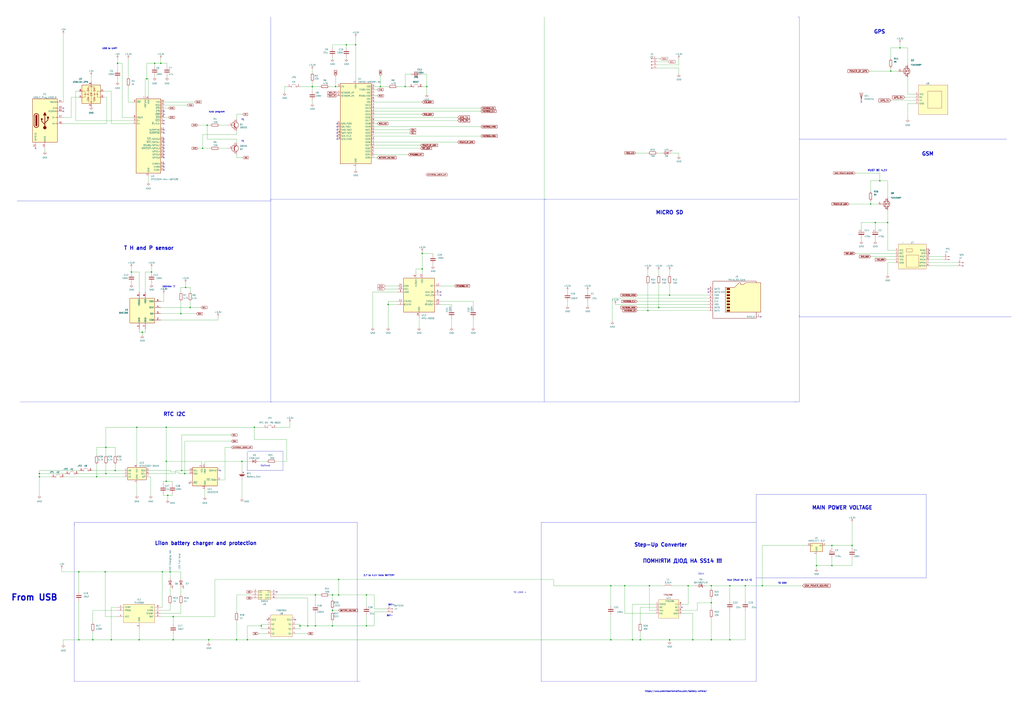
<source format=kicad_sch>
(kicad_sch (version 20230121) (generator eeschema)
  (paper "A1")
  (junction (at 670.56 464.82))
  (junction (at 156.21 252.73))
  (junction (at 332.74 71.12))
  (junction (at 252.73 514.35))
  (junction (at 76.2 525.78))
  (junction (at 194.31 525.78))
  (junction (at 532.13 255.27))
  (junction (at 124.46 223.52))
  (junction (at 171.45 525.78))
  (junction (at 284.48 36.83))
  (junction (at 79.375 391.795))
  (junction (at 599.44 481.33))
  (junction (at 728.98 182.88))
  (junction (at 278.13 476.25))
  (junction (at 136.525 379.095))
  (junction (at 533.4 481.33))
  (junction (at 568.96 525.78))
  (junction (at 584.2 481.33))
  (junction (at 722.63 148.59))
  (junction (at 64.77 525.78))
  (junction (at 541.02 252.73))
  (junction (at 718.82 182.88))
  (junction (at 64.77 469.9))
  (junction (at 170.18 102.87))
  (junction (at 584.2 525.78))
  (junction (at 549.91 242.57))
  (junction (at 86.995 389.255))
  (junction (at 166.37 121.92))
  (junction (at 112.395 351.155))
  (junction (at 149.225 386.715))
  (junction (at 350.52 71.12))
  (junction (at 32.385 389.255))
  (junction (at 132.08 52.07))
  (junction (at 525.78 525.78))
  (junction (at 32.385 391.795))
  (junction (at 137.795 407.035))
  (junction (at 519.43 525.78))
  (junction (at 565.15 481.33))
  (junction (at 549.91 525.78))
  (junction (at 584.2 495.3))
  (junction (at 699.77 448.31))
  (junction (at 86.995 367.665))
  (junction (at 626.11 481.33))
  (junction (at 739.14 39.37))
  (junction (at 114.3 525.78))
  (junction (at 300.99 514.35))
  (junction (at 198.755 379.095))
  (junction (at 142.24 525.78))
  (junction (at 152.4 236.22))
  (junction (at 259.08 514.35))
  (junction (at 208.915 351.155))
  (junction (at 318.77 250.19))
  (junction (at 501.65 481.33))
  (junction (at 107.95 223.52))
  (junction (at 731.52 58.42))
  (junction (at 312.42 71.12))
  (junction (at 148.59 257.81))
  (junction (at 96.52 52.07))
  (junction (at 133.35 469.9))
  (junction (at 300.99 488.95))
  (junction (at 346.71 220.98))
  (junction (at 599.44 525.78))
  (junction (at 151.765 389.255))
  (junction (at 612.14 481.33))
  (junction (at 275.59 71.12))
  (junction (at 259.08 488.95))
  (junction (at 139.7 469.9))
  (junction (at 214.63 514.35))
  (junction (at 203.2 525.78))
  (junction (at 273.05 501.65))
  (junction (at 683.26 464.82))
  (junction (at 142.24 506.73))
  (junction (at 715.01 167.64))
  (junction (at 273.05 488.95))
  (junction (at 86.36 469.9))
  (junction (at 136.525 395.605))
  (junction (at 116.84 273.05))
  (junction (at 127 52.07))
  (junction (at 91.44 525.78))
  (junction (at 501.65 525.78))
  (junction (at 278.13 488.95))
  (junction (at 273.05 514.35))
  (junction (at 256.54 71.12))
  (junction (at 246.38 514.35))
  (junction (at 513.08 481.33))
  (junction (at 292.1 36.83))
  (junction (at 346.71 208.28))
  (junction (at 136.525 351.155))
  (junction (at 683.26 448.31))
  (junction (at 120.65 64.77))
  (junction (at 94.615 386.715))
  (no_connect (at 155.575 396.875))
  (no_connect (at 361.95 242.57))
  (no_connect (at 581.66 237.49))
  (no_connect (at 560.07 499.11))
  (no_connect (at 52.07 88.9))
  (no_connect (at 134.62 116.84))
  (no_connect (at 134.62 137.16))
  (no_connect (at 134.62 121.92))
  (no_connect (at 763.27 208.28))
  (no_connect (at 242.57 509.27))
  (no_connect (at 134.62 106.68))
  (no_connect (at 227.33 486.41))
  (no_connect (at 180.975 386.715))
  (no_connect (at 276.86 111.76))
  (no_connect (at 29.21 121.92))
  (no_connect (at 134.62 127))
  (no_connect (at 134.62 99.06))
  (no_connect (at 134.62 139.7))
  (no_connect (at 219.71 509.27))
  (no_connect (at 134.62 93.98))
  (no_connect (at 707.39 83.82))
  (no_connect (at 134.62 101.6))
  (no_connect (at 134.62 109.22))
  (no_connect (at 134.62 91.44))
  (no_connect (at 624.84 260.35))
  (no_connect (at 276.86 114.3))
  (no_connect (at 581.66 240.03))
  (no_connect (at 276.86 106.68))
  (no_connect (at 276.86 101.6))
  (no_connect (at 361.95 240.03))
  (no_connect (at 763.27 205.74))
  (no_connect (at 276.86 104.14))
  (no_connect (at 134.62 124.46))
  (no_connect (at 276.86 109.22))
  (no_connect (at 134.62 114.3))
  (no_connect (at 134.62 119.38))
  (no_connect (at 134.62 134.62))
  (no_connect (at 134.62 129.54))
  (no_connect (at 52.07 91.44))
  (wire (pts (xy 86.995 389.255) (xy 102.235 389.255)))
  (wire (pts (xy 745.49 63.5) (xy 745.49 77.47)))
  (wire (pts (xy 745.49 85.09) (xy 745.49 97.79)))
  (wire (pts (xy 96.52 501.65) (xy 76.2 501.65)))
  (wire (pts (xy 124.46 224.79) (xy 124.46 223.52)))
  (wire (pts (xy 64.77 525.78) (xy 52.07 525.78)))
  (wire (pts (xy 727.71 213.36) (xy 735.33 213.36)))
  (wire (pts (xy 132.08 501.65) (xy 139.7 501.65)))
  (wire (pts (xy 86.995 351.155) (xy 86.995 367.665)))
  (wire (pts (xy 79.375 374.015) (xy 79.375 367.665)))
  (wire (pts (xy 737.87 58.42) (xy 731.52 58.42)))
  (wire (pts (xy 148.59 247.65) (xy 148.59 257.81)))
  (wire (pts (xy 256.54 67.31) (xy 256.54 71.12)))
  (wire (pts (xy 76.2 501.65) (xy 76.2 511.81)))
  (wire (pts (xy 141.605 395.605) (xy 141.605 398.145)))
  (wire (pts (xy 168.275 379.095) (xy 198.755 379.095)))
  (wire (pts (xy 148.59 504.19) (xy 148.59 496.57)))
  (polyline (pts (xy 448.31 163.83) (xy 447.04 163.83)))
  (wire (pts (xy 132.08 257.81) (xy 148.59 257.81)))
  (wire (pts (xy 32.385 391.795) (xy 42.545 391.795)))
  (wire (pts (xy 715.01 210.82) (xy 735.33 210.82)))
  (wire (pts (xy 728.98 182.88) (xy 728.98 205.74)))
  (wire (pts (xy 278.13 476.25) (xy 454.66 476.25)))
  (wire (pts (xy 180.34 102.87) (xy 186.69 102.87)))
  (wire (pts (xy 133.985 407.035) (xy 133.985 405.765)))
  (wire (pts (xy 345.44 60.96) (xy 350.52 60.96)))
  (wire (pts (xy 523.24 252.73) (xy 541.02 252.73)))
  (wire (pts (xy 318.77 250.19) (xy 318.77 269.24)))
  (wire (pts (xy 275.59 62.23) (xy 275.59 71.12)))
  (polyline (pts (xy 16.51 330.2) (xy 223.52 330.2)))
  (wire (pts (xy 375.92 96.52) (xy 307.34 96.52)))
  (wire (pts (xy 219.71 513.08) (xy 214.63 513.08)))
  (wire (pts (xy 65.405 386.715) (xy 32.385 386.715)))
  (wire (pts (xy 697.23 167.64) (xy 715.01 167.64)))
  (wire (pts (xy 745.49 77.47) (xy 751.84 77.47)))
  (wire (pts (xy 62.23 99.06) (xy 109.22 99.06)))
  (wire (pts (xy 707.39 182.88) (xy 707.39 187.96)))
  (wire (pts (xy 256.54 71.12) (xy 256.54 74.93)))
  (wire (pts (xy 300.99 488.95) (xy 307.34 488.95)))
  (wire (pts (xy 307.34 106.68) (xy 336.55 106.68)))
  (wire (pts (xy 137.795 407.035) (xy 133.985 407.035)))
  (wire (pts (xy 96.52 52.07) (xy 100.33 52.07)))
  (wire (pts (xy 501.65 505.46) (xy 501.65 525.78)))
  (wire (pts (xy 599.44 481.33) (xy 612.14 481.33)))
  (wire (pts (xy 278.13 488.95) (xy 300.99 488.95)))
  (wire (pts (xy 702.31 208.28) (xy 735.33 208.28)))
  (wire (pts (xy 105.41 71.12) (xy 105.41 83.82)))
  (wire (pts (xy 50.8 467.36) (xy 50.8 469.9)))
  (wire (pts (xy 252.73 514.35) (xy 252.73 491.49)))
  (wire (pts (xy 584.2 481.33) (xy 584.2 483.87)))
  (wire (pts (xy 91.44 101.6) (xy 109.22 101.6)))
  (wire (pts (xy 312.42 62.23) (xy 312.42 71.12)))
  (wire (pts (xy 86.995 351.155) (xy 112.395 351.155)))
  (wire (pts (xy 541.02 222.25) (xy 541.02 226.06)))
  (wire (pts (xy 136.525 379.095) (xy 136.525 395.605)))
  (wire (pts (xy 246.38 516.89) (xy 242.57 516.89)))
  (wire (pts (xy 148.59 236.22) (xy 152.4 236.22)))
  (wire (pts (xy 256.54 82.55) (xy 256.54 85.09)))
  (wire (pts (xy 86.36 469.9) (xy 86.36 506.73)))
  (wire (pts (xy 87.63 80.01) (xy 85.09 80.01)))
  (wire (pts (xy 137.795 410.845) (xy 137.795 407.035)))
  (wire (pts (xy 94.615 386.715) (xy 102.235 386.715)))
  (wire (pts (xy 312.42 71.12) (xy 318.77 71.12)))
  (wire (pts (xy 731.52 39.37) (xy 739.14 39.37)))
  (wire (pts (xy 300.99 505.46) (xy 300.99 514.35)))
  (polyline (pts (xy 232.41 386.715) (xy 232.41 370.84)))
  (wire (pts (xy 307.34 116.84) (xy 375.92 116.84)))
  (wire (pts (xy 139.7 482.6) (xy 139.7 488.95)))
  (wire (pts (xy 581.66 255.27) (xy 532.13 255.27)))
  (polyline (pts (xy 760.73 406.4) (xy 760.73 474.98)))
  (wire (pts (xy 373.38 234.95) (xy 361.95 234.95)))
  (wire (pts (xy 501.65 525.78) (xy 519.43 525.78)))
  (polyline (pts (xy 293.37 560.07) (xy 293.37 429.26)))
  (wire (pts (xy 345.44 121.92) (xy 307.34 121.92)))
  (wire (pts (xy 127 52.07) (xy 120.65 52.07)))
  (wire (pts (xy 549.91 233.68) (xy 549.91 242.57)))
  (wire (pts (xy 513.08 481.33) (xy 533.4 481.33)))
  (wire (pts (xy 683.26 464.82) (xy 699.77 464.82)))
  (wire (pts (xy 699.77 448.31) (xy 699.77 450.85)))
  (wire (pts (xy 523.24 242.57) (xy 549.91 242.57)))
  (polyline (pts (xy 621.03 560.07) (xy 444.5 560.07)))
  (wire (pts (xy 539.75 53.34) (xy 557.53 53.34)))
  (wire (pts (xy 179.07 260.35) (xy 179.07 262.89)))
  (polyline (pts (xy 444.5 429.26) (xy 444.5 560.07)))
  (wire (pts (xy 235.585 379.095) (xy 235.585 361.315)))
  (wire (pts (xy 166.37 110.49) (xy 166.37 121.92)))
  (wire (pts (xy 233.68 71.12) (xy 233.68 76.2)))
  (wire (pts (xy 612.14 481.33) (xy 626.11 481.33)))
  (wire (pts (xy 523.24 247.65) (xy 581.66 247.65)))
  (wire (pts (xy 292.1 36.83) (xy 284.48 36.83)))
  (wire (pts (xy 539.75 50.8) (xy 548.64 50.8)))
  (wire (pts (xy 156.21 247.65) (xy 156.21 252.73)))
  (wire (pts (xy 259.08 488.95) (xy 259.08 496.57)))
  (wire (pts (xy 137.16 52.07) (xy 132.08 52.07)))
  (wire (pts (xy 142.24 506.73) (xy 176.53 506.73)))
  (wire (pts (xy 87.63 101.6) (xy 87.63 80.01)))
  (wire (pts (xy 165.735 379.095) (xy 136.525 379.095)))
  (wire (pts (xy 702.31 142.24) (xy 722.63 142.24)))
  (wire (pts (xy 144.145 389.255) (xy 144.145 386.715)))
  (wire (pts (xy 148.59 469.9) (xy 148.59 474.98)))
  (wire (pts (xy 670.56 455.93) (xy 670.56 464.82)))
  (wire (pts (xy 307.34 502.92) (xy 307.34 514.35)))
  (wire (pts (xy 134.62 96.52) (xy 138.43 96.52)))
  (wire (pts (xy 513.08 504.19) (xy 538.48 504.19)))
  (wire (pts (xy 58.42 96.52) (xy 58.42 80.01)))
  (wire (pts (xy 203.2 525.78) (xy 501.65 525.78)))
  (wire (pts (xy 165.735 379.095) (xy 165.735 381.635)))
  (wire (pts (xy 273.05 488.95) (xy 278.13 488.95)))
  (wire (pts (xy 148.59 482.6) (xy 148.59 488.95)))
  (wire (pts (xy 32.385 389.255) (xy 32.385 391.795)))
  (wire (pts (xy 96.52 48.26) (xy 96.52 52.07)))
  (wire (pts (xy 742.95 80.01) (xy 751.84 80.01)))
  (wire (pts (xy 763.27 215.9) (xy 786.13 215.9)))
  (wire (pts (xy 447.04 13.97) (xy 447.04 163.83)))
  (wire (pts (xy 139.7 501.65) (xy 139.7 496.57)))
  (wire (pts (xy 96.52 57.15) (xy 96.52 52.07)))
  (wire (pts (xy 292.1 137.16) (xy 292.1 139.7)))
  (wire (pts (xy 194.31 510.54) (xy 194.31 525.78)))
  (wire (pts (xy 557.53 125.73) (xy 557.53 128.27)))
  (wire (pts (xy 252.73 514.35) (xy 259.08 514.35)))
  (polyline (pts (xy 656.59 330.2) (xy 652.78 330.2)))
  (wire (pts (xy 214.63 513.08) (xy 214.63 514.35)))
  (wire (pts (xy 132.08 504.19) (xy 148.59 504.19)))
  (wire (pts (xy 394.97 88.9) (xy 307.34 88.9)))
  (wire (pts (xy 341.63 220.98) (xy 341.63 224.79)))
  (wire (pts (xy 728.98 205.74) (xy 735.33 205.74)))
  (wire (pts (xy 538.48 499.11) (xy 525.78 499.11)))
  (polyline (pts (xy 621.03 429.26) (xy 621.03 406.4)))
  (wire (pts (xy 122.555 386.715) (xy 140.335 386.715)))
  (wire (pts (xy 284.48 36.83) (xy 273.05 36.83)))
  (wire (pts (xy 560.07 504.19) (xy 568.96 504.19)))
  (wire (pts (xy 341.63 220.98) (xy 346.71 220.98)))
  (wire (pts (xy 170.18 102.87) (xy 172.72 102.87)))
  (wire (pts (xy 335.28 127) (xy 307.34 127)))
  (wire (pts (xy 96.52 506.73) (xy 86.36 506.73)))
  (wire (pts (xy 579.12 481.33) (xy 584.2 481.33)))
  (wire (pts (xy 278.13 501.65) (xy 273.05 501.65)))
  (wire (pts (xy 149.225 386.715) (xy 149.225 357.505)))
  (polyline (pts (xy 621.03 406.4) (xy 760.73 406.4)))
  (wire (pts (xy 96.52 499.11) (xy 91.44 499.11)))
  (wire (pts (xy 532.13 255.27) (xy 532.13 233.68)))
  (wire (pts (xy 670.56 464.82) (xy 683.26 464.82)))
  (wire (pts (xy 208.915 361.315) (xy 208.915 351.155)))
  (wire (pts (xy 194.31 97.79) (xy 194.31 93.98)))
  (wire (pts (xy 198.755 394.335) (xy 198.755 409.575)))
  (wire (pts (xy 718.82 182.88) (xy 707.39 182.88)))
  (wire (pts (xy 584.2 525.78) (xy 599.44 525.78)))
  (wire (pts (xy 105.41 83.82) (xy 109.22 83.82)))
  (wire (pts (xy 541.02 252.73) (xy 581.66 252.73)))
  (wire (pts (xy 346.71 83.82) (xy 307.34 83.82)))
  (wire (pts (xy 198.755 379.095) (xy 205.105 379.095)))
  (wire (pts (xy 252.73 491.49) (xy 227.33 491.49)))
  (wire (pts (xy 105.41 48.26) (xy 105.41 63.5)))
  (wire (pts (xy 107.95 232.41) (xy 107.95 233.68)))
  (wire (pts (xy 565.15 481.33) (xy 571.5 481.33)))
  (wire (pts (xy 227.33 488.95) (xy 259.08 488.95)))
  (wire (pts (xy 152.4 236.22) (xy 156.21 236.22)))
  (wire (pts (xy 549.91 222.25) (xy 549.91 226.06)))
  (wire (pts (xy 612.14 481.33) (xy 612.14 494.03)))
  (wire (pts (xy 32.385 389.255) (xy 53.975 389.255)))
  (wire (pts (xy 127 52.07) (xy 127 54.61)))
  (wire (pts (xy 584.2 481.33) (xy 599.44 481.33)))
  (wire (pts (xy 252.73 520.7) (xy 242.57 520.7)))
  (wire (pts (xy 94.615 381.635) (xy 94.615 386.715)))
  (wire (pts (xy 346.71 207.01) (xy 346.71 208.28)))
  (wire (pts (xy 557.53 48.26) (xy 557.53 53.34)))
  (wire (pts (xy 236.22 71.12) (xy 233.68 71.12)))
  (wire (pts (xy 584.2 508) (xy 584.2 525.78)))
  (wire (pts (xy 731.52 82.55) (xy 751.84 82.55)))
  (polyline (pts (xy 656.59 215.9) (xy 656.59 260.35)))
  (wire (pts (xy 120.65 64.77) (xy 121.92 64.77)))
  (wire (pts (xy 306.07 240.03) (xy 306.07 269.24)))
  (wire (pts (xy 149.225 357.505) (xy 189.865 357.505)))
  (wire (pts (xy 466.09 251.46) (xy 466.09 247.65)))
  (wire (pts (xy 505.46 250.19) (xy 581.66 250.19)))
  (wire (pts (xy 728.98 148.59) (xy 728.98 162.56)))
  (wire (pts (xy 162.56 121.92) (xy 166.37 121.92)))
  (wire (pts (xy 203.2 514.35) (xy 203.2 525.78)))
  (polyline (pts (xy 60.96 560.07) (xy 295.91 560.07)))
  (wire (pts (xy 599.44 525.78) (xy 612.14 525.78)))
  (wire (pts (xy 300.99 514.35) (xy 307.34 514.35)))
  (wire (pts (xy 76.2 519.43) (xy 76.2 525.78)))
  (wire (pts (xy 626.11 481.33) (xy 626.11 448.31)))
  (wire (pts (xy 32.385 386.715) (xy 32.385 389.255)))
  (wire (pts (xy 584.2 495.3) (xy 584.2 491.49)))
  (wire (pts (xy 273.05 36.83) (xy 273.05 39.37)))
  (wire (pts (xy 350.52 71.12) (xy 350.52 77.47)))
  (wire (pts (xy 100.33 96.52) (xy 109.22 96.52)))
  (wire (pts (xy 208.915 351.155) (xy 216.535 351.155)))
  (wire (pts (xy 112.395 351.155) (xy 136.525 351.155)))
  (wire (pts (xy 194.31 488.95) (xy 194.31 502.92)))
  (wire (pts (xy 168.275 379.095) (xy 168.275 381.635)))
  (wire (pts (xy 79.375 367.665) (xy 86.995 367.665)))
  (wire (pts (xy 273.05 501.65) (xy 273.05 502.92)))
  (wire (pts (xy 212.725 379.095) (xy 219.075 379.095)))
  (wire (pts (xy 151.765 389.255) (xy 155.575 389.255)))
  (wire (pts (xy 482.6 251.46) (xy 482.6 247.65)))
  (wire (pts (xy 344.17 269.24) (xy 344.17 260.35)))
  (wire (pts (xy 332.74 71.12) (xy 336.55 71.12)))
  (wire (pts (xy 718.82 182.88) (xy 728.98 182.88)))
  (wire (pts (xy 394.97 111.76) (xy 307.34 111.76)))
  (wire (pts (xy 751.84 85.09) (xy 745.49 85.09)))
  (wire (pts (xy 715.01 157.48) (xy 715.01 148.59)))
  (wire (pts (xy 256.54 71.12) (xy 262.89 71.12)))
  (wire (pts (xy 538.48 496.57) (xy 519.43 496.57)))
  (wire (pts (xy 539.75 125.73) (xy 543.56 125.73)))
  (wire (pts (xy 136.525 395.605) (xy 141.605 395.605)))
  (wire (pts (xy 124.46 232.41) (xy 124.46 233.68)))
  (wire (pts (xy 521.97 125.73) (xy 532.13 125.73)))
  (wire (pts (xy 346.71 93.98) (xy 307.34 93.98)))
  (wire (pts (xy 525.78 499.11) (xy 525.78 511.81)))
  (wire (pts (xy 91.44 525.78) (xy 114.3 525.78)))
  (wire (pts (xy 122.555 391.795) (xy 123.825 391.795)))
  (wire (pts (xy 76.2 525.78) (xy 91.44 525.78)))
  (wire (pts (xy 273.05 500.38) (xy 273.05 501.65)))
  (polyline (pts (xy 447.04 163.83) (xy 447.04 330.2)))
  (wire (pts (xy 122.555 389.255) (xy 144.145 389.255)))
  (wire (pts (xy 52.07 525.78) (xy 52.07 529.59)))
  (wire (pts (xy 699.77 458.47) (xy 699.77 464.82)))
  (wire (pts (xy 599.44 481.33) (xy 599.44 494.03)))
  (polyline (pts (xy 222.25 330.2) (xy 222.25 163.83)))
  (wire (pts (xy 565.15 481.33) (xy 565.15 496.57)))
  (wire (pts (xy 198.755 379.095) (xy 198.755 386.715)))
  (wire (pts (xy 581.66 245.11) (xy 502.92 245.11)))
  (wire (pts (xy 107.95 223.52) (xy 107.95 224.79)))
  (wire (pts (xy 162.56 102.87) (xy 170.18 102.87)))
  (wire (pts (xy 332.74 60.96) (xy 332.74 71.12)))
  (wire (pts (xy 316.23 234.95) (xy 326.39 234.95)))
  (wire (pts (xy 148.59 240.03) (xy 148.59 236.22)))
  (wire (pts (xy 552.45 481.33) (xy 565.15 481.33)))
  (wire (pts (xy 713.74 58.42) (xy 731.52 58.42)))
  (wire (pts (xy 501.65 481.33) (xy 513.08 481.33)))
  (wire (pts (xy 146.685 389.255) (xy 151.765 389.255)))
  (wire (pts (xy 137.16 52.07) (xy 137.16 54.61)))
  (wire (pts (xy 292.1 36.83) (xy 292.1 66.04)))
  (wire (pts (xy 114.3 525.78) (xy 142.24 525.78)))
  (wire (pts (xy 551.18 125.73) (xy 557.53 125.73)))
  (wire (pts (xy 326.39 247.65) (xy 318.77 247.65)))
  (polyline (pts (xy 656.59 114.3) (xy 826.77 114.3)))
  (wire (pts (xy 79.375 391.795) (xy 102.235 391.795)))
  (wire (pts (xy 136.525 351.155) (xy 136.525 379.095)))
  (wire (pts (xy 52.07 101.6) (xy 87.63 101.6)))
  (wire (pts (xy 683.26 458.47) (xy 683.26 464.82)))
  (wire (pts (xy 502.92 245.11) (xy 502.92 264.16)))
  (wire (pts (xy 180.975 394.335) (xy 184.785 394.335)))
  (polyline (pts (xy 656.59 114.3) (xy 656.59 13.97)))
  (wire (pts (xy 721.36 167.64) (xy 715.01 167.64)))
  (wire (pts (xy 133.985 395.605) (xy 136.525 395.605)))
  (wire (pts (xy 731.52 58.42) (xy 731.52 55.88)))
  (wire (pts (xy 273.05 514.35) (xy 300.99 514.35)))
  (wire (pts (xy 307.34 71.12) (xy 312.42 71.12)))
  (wire (pts (xy 612.14 501.65) (xy 612.14 525.78)))
  (wire (pts (xy 565.15 496.57) (xy 560.07 496.57)))
  (wire (pts (xy 307.34 78.74) (xy 309.88 78.74)))
  (wire (pts (xy 361.95 250.19) (xy 370.84 250.19)))
  (wire (pts (xy 180.34 121.92) (xy 186.69 121.92)))
  (polyline (pts (xy 654.05 163.83) (xy 655.32 163.83)))
  (wire (pts (xy 739.14 39.37) (xy 745.49 39.37)))
  (wire (pts (xy 346.71 220.98) (xy 346.71 224.79)))
  (wire (pts (xy 513.08 481.33) (xy 513.08 504.19)))
  (wire (pts (xy 171.45 528.32) (xy 171.45 525.78)))
  (wire (pts (xy 107.95 223.52) (xy 114.3 223.52)))
  (polyline (pts (xy 760.73 474.98) (xy 621.03 474.98)))
  (wire (pts (xy 226.695 379.095) (xy 235.585 379.095)))
  (wire (pts (xy 718.82 195.58) (xy 718.82 198.12)))
  (wire (pts (xy 212.09 520.7) (xy 219.71 520.7)))
  (wire (pts (xy 259.08 514.35) (xy 273.05 514.35)))
  (wire (pts (xy 718.82 187.96) (xy 718.82 182.88)))
  (wire (pts (xy 156.21 236.22) (xy 156.21 240.03)))
  (wire (pts (xy 136.525 351.155) (xy 208.915 351.155)))
  (wire (pts (xy 292.1 30.48) (xy 292.1 36.83)))
  (wire (pts (xy 326.39 71.12) (xy 332.74 71.12)))
  (wire (pts (xy 745.49 39.37) (xy 745.49 53.34)))
  (wire (pts (xy 107.95 219.71) (xy 107.95 223.52)))
  (wire (pts (xy 482.6 240.03) (xy 482.6 238.76)))
  (wire (pts (xy 549.91 527.05) (xy 549.91 525.78)))
  (wire (pts (xy 75.565 386.715) (xy 94.615 386.715)))
  (wire (pts (xy 519.43 525.78) (xy 525.78 525.78)))
  (wire (pts (xy 214.63 516.89) (xy 219.71 516.89)))
  (polyline (pts (xy 13.97 165.1) (xy 222.25 165.1)))
  (wire (pts (xy 137.16 62.23) (xy 137.16 63.5)))
  (wire (pts (xy 64.77 74.93) (xy 62.23 74.93)))
  (wire (pts (xy 568.96 504.19) (xy 568.96 525.78)))
  (wire (pts (xy 119.38 64.77) (xy 120.65 64.77)))
  (wire (pts (xy 259.08 504.19) (xy 259.08 514.35)))
  (wire (pts (xy 549.91 242.57) (xy 581.66 242.57)))
  (wire (pts (xy 238.125 351.155) (xy 238.125 347.345)))
  (wire (pts (xy 337.82 60.96) (xy 332.74 60.96)))
  (wire (pts (xy 763.27 210.82) (xy 774.7 210.82)))
  (wire (pts (xy 171.45 525.78) (xy 194.31 525.78)))
  (wire (pts (xy 141.605 407.035) (xy 137.795 407.035)))
  (wire (pts (xy 246.38 514.35) (xy 252.73 514.35)))
  (wire (pts (xy 168.275 408.305) (xy 168.275 401.955)))
  (wire (pts (xy 259.08 488.95) (xy 262.89 488.95)))
  (wire (pts (xy 114.3 273.05) (xy 116.84 273.05)))
  (wire (pts (xy 370.84 250.19) (xy 370.84 254)))
  (wire (pts (xy 270.51 488.95) (xy 273.05 488.95)))
  (wire (pts (xy 307.34 500.38) (xy 317.5 500.38)))
  (wire (pts (xy 541.02 252.73) (xy 541.02 233.68)))
  (wire (pts (xy 519.43 496.57) (xy 519.43 525.78)))
  (polyline (pts (xy 222.25 13.97) (xy 222.25 165.1)))
  (wire (pts (xy 176.53 476.25) (xy 278.13 476.25)))
  (wire (pts (xy 119.38 223.52) (xy 124.46 223.52)))
  (wire (pts (xy 683.26 448.31) (xy 699.77 448.31)))
  (wire (pts (xy 184.785 367.665) (xy 189.865 367.665)))
  (wire (pts (xy 728.98 172.72) (xy 728.98 182.88)))
  (wire (pts (xy 728.98 215.9) (xy 728.98 226.06)))
  (wire (pts (xy 549.91 525.78) (xy 568.96 525.78)))
  (wire (pts (xy 284.48 36.83) (xy 284.48 39.37)))
  (wire (pts (xy 32.385 391.795) (xy 32.385 407.035)))
  (wire (pts (xy 52.07 96.52) (xy 58.42 96.52)))
  (wire (pts (xy 50.8 469.9) (xy 64.77 469.9)))
  (wire (pts (xy 132.08 252.73) (xy 156.21 252.73)))
  (wire (pts (xy 226.695 351.155) (xy 238.125 351.155)))
  (wire (pts (xy 116.84 273.05) (xy 116.84 275.59)))
  (wire (pts (xy 132.08 52.07) (xy 132.08 48.26)))
  (wire (pts (xy 156.21 252.73) (xy 165.1 252.73)))
  (wire (pts (xy 86.36 469.9) (xy 64.77 469.9)))
  (wire (pts (xy 166.37 121.92) (xy 172.72 121.92)))
  (wire (pts (xy 52.07 27.94) (xy 52.07 83.82)))
  (polyline (pts (xy 656.59 259.08) (xy 656.59 330.2)))
  (wire (pts (xy 194.31 129.54) (xy 199.39 129.54)))
  (wire (pts (xy 568.96 525.78) (xy 584.2 525.78)))
  (wire (pts (xy 307.34 73.66) (xy 309.88 73.66)))
  (wire (pts (xy 370.84 269.24) (xy 370.84 261.62)))
  (wire (pts (xy 533.4 481.33) (xy 533.4 501.65)))
  (wire (pts (xy 64.77 525.78) (xy 76.2 525.78)))
  (wire (pts (xy 123.825 391.795) (xy 123.825 407.035)))
  (wire (pts (xy 120.65 52.07) (xy 120.65 64.77)))
  (polyline (pts (xy 203.2 386.715) (xy 232.41 386.715)))
  (wire (pts (xy 133.985 398.145) (xy 133.985 395.605)))
  (wire (pts (xy 345.44 119.38) (xy 307.34 119.38)))
  (wire (pts (xy 141.605 405.765) (xy 141.605 407.035)))
  (wire (pts (xy 132.08 247.65) (xy 134.62 247.65)))
  (wire (pts (xy 151.765 389.255) (xy 151.765 362.585)))
  (wire (pts (xy 184.785 394.335) (xy 184.785 367.665)))
  (wire (pts (xy 91.44 74.93) (xy 91.44 101.6)))
  (wire (pts (xy 144.145 386.715) (xy 149.225 386.715)))
  (wire (pts (xy 86.995 381.635) (xy 86.995 389.255)))
  (wire (pts (xy 394.97 91.44) (xy 307.34 91.44)))
  (wire (pts (xy 146.685 387.985) (xy 146.685 389.255)))
  (wire (pts (xy 763.27 218.44) (xy 786.13 218.44)))
  (wire (pts (xy 100.33 52.07) (xy 100.33 96.52)))
  (wire (pts (xy 194.31 127) (xy 194.31 129.54)))
  (wire (pts (xy 121.92 149.86) (xy 121.92 144.78)))
  (wire (pts (xy 242.57 513.08) (xy 246.38 513.08)))
  (wire (pts (xy 214.63 514.35) (xy 214.63 516.89)))
  (wire (pts (xy 194.31 525.78) (xy 203.2 525.78)))
  (wire (pts (xy 317.5 502.92) (xy 307.34 502.92)))
  (polyline (pts (xy 655.32 13.97) (xy 656.59 13.97)))
  (wire (pts (xy 86.995 367.665) (xy 86.995 374.015)))
  (wire (pts (xy 133.35 469.9) (xy 133.35 499.11)))
  (wire (pts (xy 707.39 195.58) (xy 707.39 198.12)))
  (wire (pts (xy 127 63.5) (xy 127 62.23)))
  (wire (pts (xy 96.52 67.31) (xy 96.52 64.77)))
  (wire (pts (xy 273.05 510.54) (xy 273.05 514.35)))
  (wire (pts (xy 307.34 99.06) (xy 375.92 99.06)))
  (wire (pts (xy 273.05 488.95) (xy 273.05 492.76)))
  (wire (pts (xy 454.66 476.25) (xy 454.66 481.33)))
  (wire (pts (xy 309.88 101.6) (xy 307.34 101.6)))
  (wire (pts (xy 119.38 240.03) (xy 119.38 223.52)))
  (wire (pts (xy 309.88 129.54) (xy 307.34 129.54)))
  (wire (pts (xy 307.34 109.22) (xy 336.55 109.22)))
  (wire (pts (xy 346.71 71.12) (xy 350.52 71.12)))
  (wire (pts (xy 246.38 513.08) (xy 246.38 514.35)))
  (wire (pts (xy 307.34 488.95) (xy 307.34 500.38)))
  (wire (pts (xy 532.13 222.25) (xy 532.13 226.06)))
  (wire (pts (xy 270.51 71.12) (xy 275.59 71.12)))
  (wire (pts (xy 350.52 60.96) (xy 350.52 71.12)))
  (wire (pts (xy 355.6 218.44) (xy 355.6 217.17)))
  (polyline (pts (xy 656.59 260.35) (xy 830.58 260.35)))
  (wire (pts (xy 134.62 88.9) (xy 138.43 88.9)))
  (wire (pts (xy 36.83 121.92) (xy 36.83 124.46)))
  (wire (pts (xy 626.11 448.31) (xy 662.94 448.31)))
  (wire (pts (xy 94.615 367.665) (xy 94.615 374.015)))
  (polyline (pts (xy 447.04 330.2) (xy 654.05 330.2)))
  (wire (pts (xy 114.3 516.89) (xy 114.3 525.78)))
  (wire (pts (xy 151.765 362.585) (xy 189.865 362.585)))
  (wire (pts (xy 62.23 74.93) (xy 62.23 99.06)))
  (wire (pts (xy 722.63 148.59) (xy 728.98 148.59)))
  (wire (pts (xy 140.335 386.715) (xy 140.335 387.985)))
  (wire (pts (xy 152.4 232.41) (xy 152.4 236.22)))
  (wire (pts (xy 318.77 247.65) (xy 318.77 250.19)))
  (polyline (pts (xy 60.96 429.26) (xy 60.96 431.8)))
  (wire (pts (xy 539.75 48.26) (xy 542.29 48.26)))
  (wire (pts (xy 273.05 48.26) (xy 273.05 46.99)))
  (wire (pts (xy 763.27 213.36) (xy 774.7 213.36)))
  (polyline (pts (xy 444.5 429.26) (xy 621.03 429.26)))
  (wire (pts (xy 538.48 501.65) (xy 533.4 501.65)))
  (wire (pts (xy 626.11 481.33) (xy 659.13 481.33)))
  (polyline (pts (xy 656.59 215.9) (xy 656.59 114.3)))
  (wire (pts (xy 124.46 219.71) (xy 124.46 223.52)))
  (wire (pts (xy 557.53 55.88) (xy 557.53 60.96)))
  (wire (pts (xy 525.78 519.43) (xy 525.78 525.78)))
  (polyline (pts (xy 203.2 370.84) (xy 232.41 370.84)))
  (wire (pts (xy 121.92 64.77) (xy 121.92 78.74)))
  (wire (pts (xy 112.395 407.035) (xy 112.395 396.875)))
  (wire (pts (xy 501.65 481.33) (xy 501.65 497.84)))
  (wire (pts (xy 203.2 514.35) (xy 214.63 514.35)))
  (wire (pts (xy 64.135 389.255) (xy 86.995 389.255)))
  (wire (pts (xy 346.71 208.28) (xy 355.6 208.28)))
  (wire (pts (xy 116.84 273.05) (xy 119.38 273.05)))
  (wire (pts (xy 194.31 107.95) (xy 194.31 110.49)))
  (wire (pts (xy 176.53 506.73) (xy 176.53 476.25)))
  (wire (pts (xy 85.09 74.93) (xy 91.44 74.93)))
  (wire (pts (xy 735.33 215.9) (xy 728.98 215.9)))
  (polyline (pts (xy 293.37 429.26) (xy 60.96 429.26)))
  (wire (pts (xy 127 52.07) (xy 132.08 52.07)))
  (wire (pts (xy 533.4 481.33) (xy 544.83 481.33)))
  (wire (pts (xy 134.62 86.36) (xy 153.67 86.36)))
  (wire (pts (xy 134.62 83.82) (xy 160.02 83.82)))
  (wire (pts (xy 146.685 387.985) (xy 140.335 387.985)))
  (wire (pts (xy 132.08 499.11) (xy 133.35 499.11)))
  (polyline (pts (xy 621.03 429.26) (xy 621.03 560.07)))
  (wire (pts (xy 134.62 247.65) (xy 134.62 241.3)))
  (wire (pts (xy 112.395 351.155) (xy 112.395 381.635)))
  (wire (pts (xy 194.31 114.3) (xy 170.18 114.3)))
  (wire (pts (xy 142.24 525.78) (xy 171.45 525.78)))
  (wire (pts (xy 64.77 494.03) (xy 64.77 525.78)))
  (wire (pts (xy 523.24 255.27) (xy 532.13 255.27)))
  (wire (pts (xy 91.44 499.11) (xy 91.44 525.78)))
  (wire (pts (xy 86.36 469.9) (xy 133.35 469.9)))
  (wire (pts (xy 194.31 116.84) (xy 194.31 114.3)))
  (wire (pts (xy 599.44 501.65) (xy 599.44 525.78)))
  (wire (pts (xy 52.705 391.795) (xy 79.375 391.795)))
  (wire (pts (xy 119.38 78.74) (xy 119.38 64.77)))
  (wire (pts (xy 139.7 474.98) (xy 139.7 469.9)))
  (polyline (pts (xy 203.2 371.475) (xy 203.2 386.715)))
  (wire (pts (xy 300.99 488.95) (xy 300.99 497.84)))
  (wire (pts (xy 355.6 209.55) (xy 355.6 208.28)))
  (wire (pts (xy 149.225 386.715) (xy 155.575 386.715)))
  (wire (pts (xy 74.93 62.23) (xy 74.93 67.31)))
  (wire (pts (xy 683.26 448.31) (xy 683.26 450.85)))
  (wire (pts (xy 132.08 506.73) (xy 142.24 506.73)))
  (wire (pts (xy 148.59 257.81) (xy 161.29 257.81)))
  (wire (pts (xy 139.7 469.9) (xy 148.59 469.9)))
  (wire (pts (xy 584.2 495.3) (xy 584.2 500.38)))
  (wire (pts (xy 560.07 501.65) (xy 572.77 501.65)))
  (wire (pts (xy 394.97 104.14) (xy 307.34 104.14)))
  (wire (pts (xy 142.24 520.7) (xy 142.24 525.78)))
  (wire (pts (xy 318.77 250.19) (xy 326.39 250.19)))
  (wire (pts (xy 739.14 35.56) (xy 739.14 39.37)))
  (wire (pts (xy 114.3 270.51) (xy 114.3 273.05)))
  (wire (pts (xy 256.54 57.15) (xy 256.54 59.69)))
  (polyline (pts (xy 60.96 430.53) (xy 60.96 560.07)))
  (wire (pts (xy 715.01 167.64) (xy 715.01 165.1)))
  (wire (pts (xy 572.77 501.65) (xy 572.77 495.3)))
  (wire (pts (xy 346.71 208.28) (xy 346.71 220.98)))
  (wire (pts (xy 699.77 429.26) (xy 699.77 448.31)))
  (wire (pts (xy 246.38 514.35) (xy 246.38 516.89)))
  (wire (pts (xy 388.62 247.65) (xy 388.62 254)))
  (wire (pts (xy 64.77 469.9) (xy 64.77 486.41)))
  (wire (pts (xy 275.59 71.12) (xy 276.86 71.12)))
  (wire (pts (xy 388.62 261.62) (xy 388.62 269.24)))
  (wire (pts (xy 278.13 476.25) (xy 278.13 488.95)))
  (wire (pts (xy 79.375 381.635) (xy 79.375 391.795)))
  (wire (pts (xy 361.95 247.65) (xy 388.62 247.65)))
  (wire (pts (xy 670.56 467.36) (xy 670.56 464.82)))
  (wire (pts (xy 316.23 237.49) (xy 326.39 237.49)))
  (wire (pts (xy 326.39 240.03) (xy 306.07 240.03)))
  (polyline (pts (xy 222.25 163.83) (xy 654.05 163.83)))
  (wire (pts (xy 284.48 48.26) (xy 284.48 46.99)))
  (wire (pts (xy 235.585 361.315) (xy 208.915 361.315)))
  (wire (pts (xy 678.18 448.31) (xy 683.26 448.31)))
  (wire (pts (xy 722.63 142.24) (xy 722.63 148.59)))
  (wire (pts (xy 86.995 367.665) (xy 94.615 367.665)))
  (wire (pts (xy 525.78 525.78) (xy 549.91 525.78)))
  (wire (pts (xy 170.18 114.3) (xy 170.18 102.87)))
  (wire (pts (xy 194.31 110.49) (xy 166.37 110.49)))
  (wire (pts (xy 114.3 223.52) (xy 114.3 240.03)))
  (wire (pts (xy 132.08 262.89) (xy 179.07 262.89)))
  (wire (pts (xy 454.66 481.33) (xy 501.65 481.33)))
  (wire (pts (xy 246.38 71.12) (xy 256.54 71.12)))
  (wire (pts (xy 731.52 48.26) (xy 731.52 39.37)))
  (polyline (pts (xy 447.04 330.2) (xy 222.25 330.2)))
  (wire (pts (xy 572.77 495.3) (xy 584.2 495.3)))
  (wire (pts (xy 207.01 488.95) (xy 194.31 488.95)))
  (wire (pts (xy 58.42 80.01) (xy 64.77 80.01)))
  (wire (pts (xy 194.31 93.98) (xy 199.39 93.98)))
  (wire (pts (xy 466.09 240.03) (xy 466.09 238.76)))
  (wire (pts (xy 715.01 148.59) (xy 722.63 148.59)))
  (wire (pts (xy 139.7 469.9) (xy 133.35 469.9)))
  (wire (pts (xy 539.75 55.88) (xy 557.53 55.88)))
  (wire (pts (xy 142.24 506.73) (xy 142.24 513.08)))
  (wire (pts (xy 119.38 273.05) (xy 119.38 270.51)))
  (text "MUST BE 4.1V\n" (at 712.47 140.97 0) (effects (font (size 1.5 1.5) (thickness 0.3) bold) (justify left bottom)))
  (text "Address '1'" (at 133.35 236.22 0) (effects (font (size 1.27 1.27) bold) (justify left bottom)))
  (text "T H and P sensor" (at 101.6 205.74 0) (effects (font (size 3 3) bold) (justify left bottom)))
  (text "Auto program" (at 171.45 92.71 0) (effects (font (size 1.27 1.27) (thickness 0.254) bold) (justify left bottom)))
  (text "ПОМНІЯТИ ДІОД НА SS14 !!!" (at 527.685 462.915 0) (effects (font (size 3 3) bold) (justify left bottom)))
  (text "GSM" (at 756.92 128.27 0) (effects (font (size 3 3) bold) (justify left bottom)))
  (text "GPS" (at 717.55 27.94 0) (effects (font (size 3 3) bold) (justify left bottom)))
  (text "MAIN POWER VOLTAGE" (at 666.75 419.1 0) (effects (font (size 3 3) bold) (justify left bottom)))
  (text "SS14" (at 573.405 472.44 0) (effects (font (size 1.27 1.27)) (justify left bottom)))
  (text "Y1" (at 198.12 99.06 0) (effects (font (size 1.27 1.27) (thickness 0.254) bold) (justify left bottom)))
  (text "From USB" (at 8.89 494.03 0) (effects (font (size 5 5) bold) (justify left bottom)))
  (text "2.7 to 4.1V Volts BATTERY" (at 298.45 473.71 0) (effects (font (size 1.27 1.27) (thickness 0.254) bold) (justify left bottom)))
  (text "Y1" (at 198.12 116.84 0) (effects (font (size 1.27 1.27) (thickness 0.254) bold) (justify left bottom)))
  (text "Step-Up Converter" (at 520.7 449.58 0) (effects (font (size 3 3) bold) (justify left bottom)))
  (text "RTC I2C" (at 133.985 342.265 0) (effects (font (size 3 3) bold) (justify left bottom)))
  (text "Optional" (at 213.995 383.54 0) (effects (font (size 1.27 1.27)) (justify left bottom)))
  (text "BAT+" (at 318.77 497.84 0) (effects (font (size 1.27 1.27) bold) (justify left bottom)))
  (text "USB to UART" (at 83.82 40.64 0) (effects (font (size 1.27 1.27) (thickness 0.254) bold) (justify left bottom)))
  (text "TO LOAD +" (at 421.64 487.68 0) (effects (font (size 1.27 1.27)) (justify left bottom)))
  (text "TO GSM" (at 638.81 480.06 0) (effects (font (size 1.27 1.27) bold) (justify left bottom)))
  (text "MICRO SD" (at 538.48 176.53 0) (effects (font (size 3 3) bold) (justify left bottom)))
  (text "BAT-" (at 317.5 506.73 0) (effects (font (size 1.27 1.27) bold) (justify left bottom)))
  (text "Vout (Must be 4.1 V)" (at 596.9 477.52 0) (effects (font (size 1.27 1.27) bold) (justify left bottom)))
  (text "LiIon battery charger and protection" (at 127 448.31 0) (effects (font (size 3 3) bold) (justify left bottom)))
  (text "https://www.electroschematics.com/battery-shield/" (at 529.59 568.96 0) (effects (font (size 1.27 1.27) bold) (justify left bottom)))
  (global_label "GPS_RX" (shape input) (at 742.95 80.01 180) (effects (font (thickness 0.254) bold)) (property "Intersheetrefs" "${INTERSHEET_REFS}" (effects hide)))
  (global_label "RED_LED" (shape input) (at 309.88 101.6 0) (effects (font (size 1 1) (thickness 0.254) bold)) (property "Intersheetrefs" "${INTERSHEET_REFS}" (effects hide)))
  (global_label "POWER_OF_GPS" (shape input) (at 713.74 58.42 180) (effects (font (thickness 0.254) bold)) (property "Intersheetrefs" "${INTERSHEET_REFS}" (effects hide)))
  (global_label "SEN_VN" (shape input) (at 276.86 78.74 180) (effects (font (size 1 1) bold)) (property "Intersheetrefs" "${INTERSHEET_REFS}" (effects hide)))
  (global_label "GPS_RX" (shape input) (at 375.92 99.06 0) (effects (font (thickness 0.254) bold)) (property "Intersheetrefs" "${INTERSHEET_REFS}" (effects hide)))
  (global_label "SCL" (shape input) (at 548.64 50.8 0) (property "Intersheetrefs" "${INTERSHEET_REFS}" (effects hide)))
  (global_label "BATTERY_VOLTAGE" (shape input) (at 278.13 501.65 0) (effects (font (size 1 1) (thickness 0.254) bold)) (property "Intersheetrefs" "${INTERSHEET_REFS}" (effects hide)))
  (global_label "POWER_OF_GPS" (shape input) (at 375.92 116.84 0) (effects (font (size 1 1) (thickness 0.254) bold)) (property "Intersheetrefs" "${INTERSHEET_REFS}" (effects hide)))
  (global_label "OD" (shape input) (at 252.73 520.7 0) (effects (font (size 1 1) (thickness 0.2) bold)) (property "Intersheetrefs" "${INTERSHEET_REFS}" (effects hide)))
  (global_label "RXD" (shape input) (at 160.02 83.82 0) (effects (font (size 1 1) (thickness 0.2) bold)) (property "Intersheetrefs" "${INTERSHEET_REFS}" (effects hide)))
  (global_label "SCL" (shape input) (at 165.1 252.73 0) (effects (font (size 1 1) (thickness 0.2) bold)) (property "Intersheetrefs" "${INTERSHEET_REFS}" (effects hide)))
  (global_label "OD" (shape input) (at 207.01 491.49 180) (effects (font (size 1 1) (thickness 0.2) bold)) (property "Intersheetrefs" "${INTERSHEET_REFS}" (effects hide)))
  (global_label "MICROSD_MOSI" (shape input) (at 394.97 111.76 0) (effects (font (size 1 1) (thickness 0.254) bold)) (property "Intersheetrefs" "${INTERSHEET_REFS}" (effects hide)))
  (global_label "RST_GSM" (shape input) (at 345.44 121.92 0) (effects (font (size 1 1) (thickness 0.254) bold)) (property "Intersheetrefs" "${INTERSHEET_REFS}" (effects hide)))
  (global_label "POWER_OF_GSM" (shape input) (at 697.23 167.64 180) (effects (font (size 1 1) (thickness 0.254) bold)) (property "Intersheetrefs" "${INTERSHEET_REFS}" (effects hide)))
  (global_label "POWER_OF_GSM" (shape input) (at 345.44 119.38 0) (effects (font (size 1 1) (thickness 0.254) bold)) (property "Intersheetrefs" "${INTERSHEET_REFS}" (effects hide)))
  (global_label "SDA" (shape input) (at 336.55 106.68 0) (effects (font (size 1 1) (thickness 0.2) bold)) (property "Intersheetrefs" "${INTERSHEET_REFS}" (effects hide)))
  (global_label "MICROSD_CLK" (shape input) (at 394.97 91.44 0) (effects (font (size 1 1) (thickness 0.254) bold)) (property "Intersheetrefs" "${INTERSHEET_REFS}" (effects hide)))
  (global_label "OC" (shape input) (at 212.09 520.7 180) (effects (font (size 1 1) (thickness 0.2) bold)) (property "Intersheetrefs" "${INTERSHEET_REFS}" (effects hide)))
  (global_label "RST_GSM" (shape input) (at 702.31 208.28 180) (effects (font (size 1 1) (thickness 0.254) bold)) (property "Intersheetrefs" "${INTERSHEET_REFS}" (effects hide)))
  (global_label "SDA" (shape input) (at 542.29 48.26 0) (property "Intersheetrefs" "${INTERSHEET_REFS}" (effects hide)))
  (global_label "SCL" (shape input) (at 316.23 237.49 180) (property "Intersheetrefs" "${INTERSHEET_REFS}" (effects hide)))
  (global_label "GSM_POWER_SOURSE" (shape input) (at 702.31 142.24 180) (effects (font (size 1 1) bold)) (property "Intersheetrefs" "${INTERSHEET_REFS}" (effects hide)))
  (global_label "EN" (shape input) (at 275.59 62.23 90) (effects (font (size 1 1) (thickness 0.254) bold)) (property "Intersheetrefs" "${INTERSHEET_REFS}" (effects hide)))
  (global_label "IO0" (shape input) (at 312.42 62.23 90) (effects (font (size 1 1) (thickness 0.2) bold)) (property "Intersheetrefs" "${INTERSHEET_REFS}" (effects hide)))
  (global_label "DTS" (shape input) (at 138.43 88.9 0) (effects (font (size 1 1) (thickness 0.2) bold)) (property "Intersheetrefs" "${INTERSHEET_REFS}" (effects hide)))
  (global_label "RED_LED" (shape input) (at 521.97 125.73 180) (effects (font (size 1 1) (thickness 0.254) bold)) (property "Intersheetrefs" "${INTERSHEET_REFS}" (effects hide)))
  (global_label "SCL" (shape input) (at 189.865 357.505 0) (effects (font (size 1 1) (thickness 0.2) bold)) (property "Intersheetrefs" "${INTERSHEET_REFS}" (effects hide)))
  (global_label "EXTERNAL_WOKE_UP" (shape input) (at 189.865 367.665 0) (effects (font (size 1.016 1.016) (thickness 0.2032) bold)) (property "Intersheetrefs" "${INTERSHEET_REFS}" (effects hide)))
  (global_label "SDA" (shape input) (at 189.865 362.585 0) (effects (font (size 1 1) (thickness 0.2) bold)) (property "Intersheetrefs" "${INTERSHEET_REFS}" (effects hide)))
  (global_label "SDA" (shape input) (at 161.29 257.81 0) (effects (font (size 1 1) (thickness 0.2) bold)) (property "Intersheetrefs" "${INTERSHEET_REFS}" (effects hide)))
  (global_label "TXD" (shape input) (at 153.67 86.36 0) (effects (font (size 1 1) (thickness 0.2) bold)) (property "Intersheetrefs" "${INTERSHEET_REFS}" (effects hide)))
  (global_label "TXD" (shape input) (at 309.88 73.66 0) (effects (font (size 1 1) (thickness 0.2) bold)) (property "Intersheetrefs" "${INTERSHEET_REFS}" (effects hide)))
  (global_label "MPU5060_INT" (shape input) (at 335.28 127 0) (effects (font (size 1 1) (thickness 0.254) bold)) (property "Intersheetrefs" "${INTERSHEET_REFS}" (effects hide)))
  (global_label "RXD_GSM" (shape input) (at 715.01 210.82 180) (effects (font (size 1 1) (thickness 0.254) bold)) (property "Intersheetrefs" "${INTERSHEET_REFS}" (effects hide)))
  (global_label "RXD" (shape input) (at 309.88 78.74 0) (effects (font (size 1 1) (thickness 0.2) bold)) (property "Intersheetrefs" "${INTERSHEET_REFS}" (effects hide)))
  (global_label "DTR" (shape input) (at 138.43 96.52 0) (effects (font (size 1 1) (thickness 0.2) bold)) (property "Intersheetrefs" "${INTERSHEET_REFS}" (effects hide)))
  (global_label "EN" (shape input) (at 199.39 93.98 0) (effects (font (size 1 1) (thickness 0.2) bold)) (property "Intersheetrefs" "${INTERSHEET_REFS}" (effects hide)))
  (global_label "DTR" (shape input) (at 162.56 102.87 180) (effects (font (size 1 1) (thickness 0.2) bold)) (property "Intersheetrefs" "${INTERSHEET_REFS}" (effects hide)))
  (global_label "GPS_TX" (shape input) (at 375.92 96.52 0) (effects (font (thickness 0.254) bold)) (property "Intersheetrefs" "${INTERSHEET_REFS}" (effects hide)))
  (global_label "MICROSD_CS" (shape input) (at 523.24 255.27 180) (effects (font (size 1 1) (thickness 0.254) bold)) (property "Intersheetrefs" "${INTERSHEET_REFS}" (effects hide)))
  (global_label "TXD_GSM" (shape input) (at 727.71 213.36 180) (effects (font (size 1 1) (thickness 0.254) bold)) (property "Intersheetrefs" "${INTERSHEET_REFS}" (effects hide)))
  (global_label "DTS" (shape input) (at 162.56 121.92 180) (effects (font (size 1 1) (thickness 0.2) bold)) (property "Intersheetrefs" "${INTERSHEET_REFS}" (effects hide)))
  (global_label "RXD_GSM" (shape input) (at 346.71 93.98 0) (effects (font (size 1 1) (thickness 0.254) bold)) (property "Intersheetrefs" "${INTERSHEET_REFS}" (effects hide)))
  (global_label "MICROSD_MOSI" (shape input) (at 523.24 252.73 180) (effects (font (size 1 1) (thickness 0.254) bold)) (property "Intersheetrefs" "${INTERSHEET_REFS}" (effects hide)))
  (global_label "MICROSD_CS" (shape input) (at 394.97 88.9 0) (effects (font (size 1 1) (thickness 0.254) bold)) (property "Intersheetrefs" "${INTERSHEET_REFS}" (effects hide)))
  (global_label "IO0" (shape input) (at 199.39 129.54 0) (effects (font (size 1 1) (thickness 0.2) bold)) (property "Intersheetrefs" "${INTERSHEET_REFS}" (effects hide)))
  (global_label "GPS_TX" (shape input) (at 731.52 82.55 180) (effects (font (thickness 0.254) bold)) (property "Intersheetrefs" "${INTERSHEET_REFS}" (effects hide)))
  (global_label "MPU5060_INT" (shape input) (at 373.38 234.95 0) (effects (font (size 1 1) (thickness 0.254) bold)) (property "Intersheetrefs" "${INTERSHEET_REFS}" (effects hide)))
  (global_label "MICROSD_MISO" (shape input) (at 523.24 242.57 180) (effects (font (size 1 1) (thickness 0.254) bold)) (property "Intersheetrefs" "${INTERSHEET_REFS}" (effects hide)))
  (global_label "MICROSD_MISO" (shape input) (at 394.97 104.14 0) (effects (font (size 1 1) (thickness 0.254) bold)) (property "Intersheetrefs" "${INTERSHEET_REFS}" (effects hide)))
  (global_label "EXTERNAL_WOKE_UP" (shape input) (at 349.885 143.51 0) (effects (font (size 1.016 1.016) (thickness 0.2032) bold)) (property "Intersheetrefs" "${INTERSHEET_REFS}" (effects hide)))
  (global_label "MICROSD_CLK" (shape input) (at 523.24 247.65 180) (effects (font (size 1 1) (thickness 0.254) bold)) (property "Intersheetrefs" "${INTERSHEET_REFS}" (effects hide)))
  (global_label "GSM_POWER_SOURSE" (shape input) (at 659.13 481.33 0) (effects (font bold)) (property "Intersheetrefs" "${INTERSHEET_REFS}" (effects hide)))
  (global_label "BATTERY_VOLTAGE" (shape input) (at 309.88 129.54 0) (effects (font (size 1 1) (thickness 0.254) bold)) (property "Intersheetrefs" "${INTERSHEET_REFS}" (effects hide)))
  (global_label "SDA" (shape input) (at 316.23 234.95 180) (property "Intersheetrefs" "${INTERSHEET_REFS}" (effects hide)))
  (global_label "OC" (shape input) (at 207.01 486.41 180) (effects (font (size 1 1) (thickness 0.2) bold)) (property "Intersheetrefs" "${INTERSHEET_REFS}" (effects hide)))
  (global_label "SEN_VP" (shape input) (at 276.86 76.2 180) (effects (font (size 1 1) bold)) (property "Intersheetrefs" "${INTERSHEET_REFS}" (effects hide)))
  (global_label "SCL" (shape input) (at 336.55 109.22 0) (effects (font (size 1 1) (thickness 0.2) bold)) (property "Intersheetrefs" "${INTERSHEET_REFS}" (effects hide)))
  (global_label "TXD_GSM" (shape input) (at 346.71 83.82 0) (effects (font (size 1 1) (thickness 0.254) bold)) (property "Intersheetrefs" "${INTERSHEET_REFS}" (effects hide)))
  (symbol (lib_id "power:+3.3V") (at 346.71 207.01 0) (unit 1)
    (property "Reference" "#PWR055" (effects hide))
    (property "Value" "+3.3V" (at 346.71 203.2 0))
  )
  (symbol (lib_id "power:+3.3V") (at 557.53 48.26 0) (unit 1)
    (property "Reference" "#PWR031" (effects hide))
    (property "Value" "+3.3V" (at 557.53 44.45 0))
  )
  (symbol (lib_id "power:GND") (at 728.98 226.06 0) (unit 1)
    (property "Reference" "#PWR042" (effects hide))
    (property "Value" "GND" (at 729.107 230.4542 0))
  )
  (symbol (lib_id "power:+5V") (at 96.52 48.26 0) (unit 1)
    (property "Reference" "#PWR010" (effects hide))
    (property "Value" "+5V" (at 96.52 44.45 0))
  )
  (symbol (lib_id "Device:C") (at 341.63 60.96 90) (unit 1)
    (property "Reference" "C11" (at 346.71 57.15 90) (effects (justify left)))
    (property "Value" "100n" (at 347.98 59.69 90) (effects (justify left)))
    (property "Footprint" "Capacitor_SMD:C_0603_1608Metric_Pad1.08x0.95mm_HandSolder" (effects hide))
  )
  (symbol (lib_id "power:GND") (at 482.6 251.46 0) (unit 1)
    (property "Reference" "#PWR050" (effects hide))
    (property "Value" "GND" (at 482.727 255.8542 0))
  )
  (symbol (lib_id "Device:C") (at 355.6 213.36 180) (unit 1)
    (property "Reference" "C25" (at 363.22 209.55 0) (effects (justify left)))
    (property "Value" "100n" (at 364.49 212.09 0) (effects (justify left)))
    (property "Footprint" "Capacitor_SMD:C_0603_1608Metric_Pad1.08x0.95mm_HandSolder" (effects hide))
  )
  (symbol (lib_id "Jumper:Jumper_2_Open") (at 241.3 71.12 0) (unit 1)
    (property "Reference" "JP5" (at 241.3 63.5 0))
    (property "Value" "EN" (at 241.3 67.31 0))
    (property "Footprint" "Resistor_SMD:R_0603_1608Metric_Pad0.98x0.95mm_HandSolder" (effects hide))
  )
  (symbol (lib_id "Device:R") (at 715.01 161.29 0) (mirror x) (unit 1)
    (property "Reference" "R26" (at 717.55 157.48 0) (effects (justify left)))
    (property "Value" "9k" (at 717.55 160.02 0) (effects (justify left)))
    (property "Footprint" "Resistor_SMD:R_0603_1608Metric_Pad0.98x0.95mm_HandSolder" (effects hide))
  )
  (symbol (lib_id "Sensor_Motion:MPU-6050") (at 344.17 242.57 0) (unit 1)
    (property "Reference" "U12" (at 346.1259 259.08 0) (effects (justify left)))
    (property "Value" "MPU-6050" (at 346.1259 261.62 0) (effects (justify left)))
    (property "Footprint" "Sensor_Motion:InvenSense_QFN-24_4x4mm_P0.5mm" (effects hide))
    (property "Datasheet" "https://invensense.tdk.com/wp-content/uploads/2015/02/MPU-6000-Datasheet1.pdf" (effects hide))
  )
  (symbol (lib_id "Connector:Conn_01x02_Pin") (at 791.21 218.44 180) (unit 1)
    (property "Reference" "J2" (at 788.67 212.09 0))
    (property "Value" "SPK" (at 789.94 209.55 0))
    (property "Footprint" "Footprint_library:JST 1.25" (effects hide))
  )
  (symbol (lib_name "GND_1") (lib_id "power:GND") (at 32.385 407.035 0) (unit 1)
    (property "Reference" "#PWR060" (effects hide))
    (property "Value" "GND" (at 32.385 412.115 0))
  )
  (symbol (lib_id "Device:R") (at 256.54 63.5 0) (unit 1)
    (property "Reference" "R3" (at 258.318 62.3316 0) (effects (justify left)))
    (property "Value" "10k" (at 258.318 64.643 0) (effects (justify left)))
    (property "Footprint" "Resistor_SMD:R_0603_1608Metric_Pad0.98x0.95mm_HandSolder" (effects hide))
  )
  (symbol (lib_id "Device:R") (at 273.05 506.73 0) (mirror y) (unit 1)
    (property "Reference" "R27" (at 278.13 504.19 0) (effects (justify left)))
    (property "Value" "????" (at 278.13 506.73 0) (effects (justify left)))
    (property "Footprint" "Resistor_SMD:R_0603_1608Metric_Pad0.98x0.95mm_HandSolder" (effects hide))
  )
  (symbol (lib_name "GND_1") (lib_id "power:GND") (at 127 63.5 0) (unit 1)
    (property "Reference" "#PWR016" (effects hide))
    (property "Value" "GND" (at 127 68.58 0))
  )
  (symbol (lib_id "power:+3.3V") (at 541.02 222.25 0) (unit 1)
    (property "Reference" "#PWR033" (effects hide))
    (property "Value" "+3.3V" (at 541.02 218.44 0))
  )
  (symbol (lib_id "power:GND") (at 557.53 128.27 0) (unit 1)
    (property "Reference" "#PWR034" (effects hide))
    (property "Value" "GND" (at 557.657 132.6642 0))
  )
  (symbol (lib_id "Device:R") (at 532.13 229.87 180) (unit 1)
    (property "Reference" "R24" (at 538.48 229.87 0) (effects (justify left)))
    (property "Value" "10k" (at 538.48 232.41 0) (effects (justify left)))
    (property "Footprint" "Resistor_SMD:R_0603_1608Metric_Pad0.98x0.95mm_HandSolder" (effects hide))
  )
  (symbol (lib_id "power:GND") (at 107.95 233.68 0) (unit 1)
    (property "Reference" "#PWR036" (effects hide))
    (property "Value" "GND" (at 108.077 238.0742 0))
  )
  (symbol (lib_id "power:+3.3V") (at 132.08 48.26 0) (unit 1)
    (property "Reference" "#PWR017" (effects hide))
    (property "Value" "+3.3V" (at 132.08 44.45 0))
  )
  (symbol (lib_id "RF_Module:ESP32-WROOM-32") (at 292.1 101.6 0) (unit 1)
    (property "Reference" "U4" (at 294.0559 64.77 0) (effects (justify left)))
    (property "Value" "ESP32-WROOM-32" (at 294.0559 67.31 0) (effects (justify left)))
    (property "Footprint" "RF_Module:ESP32-WROOM-32" (effects hide))
    (property "Datasheet" "https://www.espressif.com/sites/default/files/documentation/esp32-wroom-32_datasheet_en.pdf" (effects hide))
  )
  (symbol (lib_id "power:+5V") (at 52.07 27.94 0) (unit 1)
    (property "Reference" "#PWR04" (effects hide))
    (property "Value" "+5V" (at 52.07 24.13 0))
  )
  (symbol (lib_id "simbol_library:FS8205A") (at 240.03 505.46 0) (mirror y) (unit 1)
    (property "Reference" "U8" (at 231.14 504.19 0))
    (property "Value" "FS8205A" (at 231.14 501.65 0))
    (property "Footprint" "Package_SO:TSSOP-8_4.4x3mm_P0.65mm" (effects hide))
  )
  (symbol (lib_id "Device:R") (at 139.7 492.76 0) (mirror x) (unit 1)
    (property "Reference" "R13" (at 142.24 491.49 0) (effects (justify left)))
    (property "Value" "1k" (at 142.24 494.03 0) (effects (justify left)))
    (property "Footprint" "Resistor_SMD:R_0603_1608Metric_Pad0.98x0.95mm_HandSolder" (effects hide))
  )
  (symbol (lib_id "power:GND") (at 344.17 269.24 0) (unit 1)
    (property "Reference" "#PWR054" (effects hide))
    (property "Value" "GND" (at 344.297 273.6342 0))
  )
  (symbol (lib_id "Device:C") (at 137.16 58.42 0) (unit 1)
    (property "Reference" "C7" (at 138.43 55.88 0) (effects (justify left)))
    (property "Value" "47u" (at 138.43 60.96 0) (effects (justify left)))
    (property "Footprint" "Capacitor_SMD:C_0805_2012Metric_Pad1.18x1.45mm_HandSolder" (effects hide))
  )
  (symbol (lib_id "Device:C") (at 699.77 454.66 0) (unit 1)
    (property "Reference" "C4" (at 701.04 452.12 0) (effects (justify left)))
    (property "Value" "100n" (at 701.04 457.2 0) (effects (justify left)))
    (property "Footprint" "Capacitor_SMD:C_0603_1608Metric_Pad1.08x0.95mm_HandSolder" (effects hide))
  )
  (symbol (lib_id "Device:LED") (at 547.37 125.73 180) (unit 1)
    (property "Reference" "D9" (at 547.37 128.27 0))
    (property "Value" "LED" (at 547.37 123.19 0))
    (property "Footprint" "LED_SMD:LED_0603_1608Metric_Pad1.05x0.95mm_HandSolder" (effects hide))
  )
  (symbol (lib_id "power:+3.3V") (at 256.54 57.15 0) (unit 1)
    (property "Reference" "#PWR022" (effects hide))
    (property "Value" "+3.3V" (at 256.54 53.34 0))
  )
  (symbol (lib_id "power:+3.3V") (at 179.07 260.35 0) (unit 1)
    (property "Reference" "#PWR046" (effects hide))
    (property "Value" "+3.3V" (at 179.07 256.54 0))
  )
  (symbol (lib_id "power:+3.3V") (at 124.46 219.71 0) (unit 1)
    (property "Reference" "#PWR039" (effects hide))
    (property "Value" "+3.3V" (at 124.46 215.9 0))
  )
  (symbol (lib_id "Device:C") (at 482.6 243.84 0) (unit 1)
    (property "Reference" "C1" (at 485.14 241.3 0) (effects (justify left)))
    (property "Value" "22u" (at 486.41 245.11 0) (effects (justify left)))
    (property "Footprint" "Capacitor_SMD:C_0805_2012Metric_Pad1.18x1.45mm_HandSolder" (effects hide))
  )
  (symbol (lib_id "Diode:1N914WT") (at 208.915 379.095 0) (unit 1)
    (property "Reference" "D3" (at 208.915 374.015 0))
    (property "Value" "1N914WT" (at 208.915 376.555 0))
    (property "Footprint" "Diode_SMD:D_MiniMELF" (effects hide))
    (property "Datasheet" "http://www.mouser.com/ds/2/149/1N4148WT-461550.pdf" (effects hide))
    (property "Sim.Device" "D" (effects hide))
    (property "Sim.Pins" "1=K 2=A" (effects hide))
  )
  (symbol (lib_id "power:+3.3V") (at 238.125 347.345 0) (unit 1)
    (property "Reference" "#PWR067" (effects hide))
    (property "Value" "+3.3V" (at 238.125 343.535 0))
  )
  (symbol (lib_id "Device:R") (at 79.375 377.825 0) (unit 1)
    (property "Reference" "R28" (at 80.645 375.285 0) (effects (justify left)))
    (property "Value" "4.7k" (at 80.645 377.825 0) (effects (justify left)))
    (property "Footprint" "Resistor_SMD:R_0603_1608Metric_Pad0.98x0.95mm_HandSolder" (effects hide))
  )
  (symbol (lib_id "Device:C") (at 124.46 228.6 0) (unit 1)
    (property "Reference" "C13" (at 125.73 226.06 0) (effects (justify left)))
    (property "Value" "100n" (at 128.27 228.6 0) (effects (justify left)))
    (property "Footprint" "Capacitor_SMD:C_0603_1608Metric_Pad1.08x0.95mm_HandSolder" (effects hide))
  )
  (symbol (lib_id "Device:C") (at 107.95 228.6 0) (unit 1)
    (property "Reference" "C12" (at 101.6 226.06 0) (effects (justify left)))
    (property "Value" "100n" (at 100.33 228.6 0) (effects (justify left)))
    (property "Footprint" "Capacitor_SMD:C_0603_1608Metric_Pad1.08x0.95mm_HandSolder" (effects hide))
  )
  (symbol (lib_id "Device:L") (at 548.64 481.33 90) (unit 1)
    (property "Reference" "L1" (at 548.64 476.25 90))
    (property "Value" "3.3uH" (at 548.64 478.79 90))
    (property "Footprint" "Inductor_SMD:L_Ferrocore_DLG-0703" (effects hide))
  )
  (symbol (lib_name "GND_2") (lib_id "power:GND") (at 137.795 410.845 0) (unit 1)
    (property "Reference" "#PWR064" (effects hide))
    (property "Value" "GND" (at 141.605 413.385 0))
  )
  (symbol (lib_id "Connector:Conn_01x04_Pin") (at 534.67 50.8 0) (unit 1)
    (property "Reference" "J3" (at 535.305 44.45 0))
    (property "Value" "I2C" (at 535.305 46.99 0))
    (property "Footprint" "Connector_PinHeader_1.27mm:PinHeader_1x04_P1.27mm_Vertical" (effects hide))
  )
  (symbol (lib_name "GND_1") (lib_id "power:GND") (at 36.83 124.46 0) (unit 1)
    (property "Reference" "#PWR01" (effects hide))
    (property "Value" "GND" (at 36.83 129.54 0))
  )
  (symbol (lib_id "Device:C") (at 370.84 257.81 180) (unit 1)
    (property "Reference" "C24" (at 367.03 252.73 90) (effects (justify left)))
    (property "Value" "100n" (at 369.57 251.46 90) (effects (justify left)))
    (property "Footprint" "Capacitor_SMD:C_0603_1608Metric_Pad1.08x0.95mm_HandSolder" (effects hide))
  )
  (symbol (lib_id "Device:C") (at 599.44 497.84 0) (unit 1)
    (property "Reference" "C22" (at 601.98 495.3 0) (effects (justify left)))
    (property "Value" "22u" (at 604.52 499.11 0) (effects (justify left)))
    (property "Footprint" "Capacitor_SMD:C_0805_2012Metric_Pad1.18x1.45mm_HandSolder" (effects hide))
  )
  (symbol (lib_id "Device:R") (at 541.02 229.87 180) (unit 1)
    (property "Reference" "R10" (at 547.37 229.87 0) (effects (justify left)))
    (property "Value" "10k" (at 547.37 232.41 0) (effects (justify left)))
    (property "Footprint" "Resistor_SMD:R_0603_1608Metric_Pad0.98x0.95mm_HandSolder" (effects hide))
  )
  (symbol (lib_id "power:GND") (at 355.6 218.44 0) (unit 1)
    (property "Reference" "#PWR061" (effects hide))
    (property "Value" "GND" (at 355.727 222.8342 0))
  )
  (symbol (lib_id "power:+3.3V") (at 105.41 48.26 0) (unit 1)
    (property "Reference" "#PWR014" (effects hide))
    (property "Value" "+3.3V" (at 105.41 44.45 0))
  )
  (symbol (lib_id "power:+5V") (at 74.93 62.23 0) (unit 1)
    (property "Reference" "#PWR07" (effects hide))
    (property "Value" "+5V" (at 74.93 58.42 0))
  )
  (symbol (lib_id "Device:C") (at 64.77 490.22 0) (unit 1)
    (property "Reference" "C19" (at 68.58 487.68 0) (effects (justify left)))
    (property "Value" "16uF" (at 68.58 490.22 0) (effects (justify left)))
    (property "Footprint" "Capacitor_SMD:C_0805_2012Metric_Pad1.18x1.45mm_HandSolder" (effects hide))
  )
  (symbol (lib_id "power:+3.3V") (at 699.77 429.26 0) (unit 1)
    (property "Reference" "#PWR012" (effects hide))
    (property "Value" "+3.3V" (at 699.77 425.45 0))
  )
  (symbol (lib_name "GND_1") (lib_id "power:GND") (at 137.16 63.5 0) (unit 1)
    (property "Reference" "#PWR018" (effects hide))
    (property "Value" "GND" (at 137.16 68.58 0))
  )
  (symbol (lib_id "power:GND") (at 292.1 139.7 0) (unit 1)
    (property "Reference" "#PWR027" (effects hide))
    (property "Value" "GND" (at 292.227 144.0942 0))
  )
  (symbol (lib_id "power:GND") (at 370.84 269.24 0) (unit 1)
    (property "Reference" "#PWR059" (effects hide))
    (property "Value" "GND" (at 370.967 273.6342 0))
  )
  (symbol (lib_id "Sensor:BME280") (at 116.84 255.27 0) (unit 1)
    (property "Reference" "U5" (at 105.41 254.635 0) (effects (justify right)))
    (property "Value" "BME280" (at 105.41 257.175 0) (effects (justify right)))
    (property "Footprint" "Package_LGA:Bosch_LGA-8_2.5x2.5mm_P0.65mm_ClockwisePinNumbering" (effects hide))
    (property "Datasheet" "https://www.bosch-sensortec.com/media/boschsensortec/downloads/datasheets/bst-bme280-ds002.pdf" (effects hide))
  )
  (symbol (lib_id "power:GND") (at 233.68 76.2 0) (unit 1)
    (property "Reference" "#PWR019" (effects hide))
    (property "Value" "GND" (at 233.807 80.5942 0))
  )
  (symbol (lib_id "power:GND") (at 116.84 275.59 0) (unit 1)
    (property "Reference" "#PWR038" (effects hide))
    (property "Value" "GND" (at 116.967 279.9842 0))
  )
  (symbol (lib_id "Connector:USB_C_Plug_USB2.0") (at 36.83 99.06 0) (unit 1)
    (property "Reference" "P1" (at 36.83 77.47 0))
    (property "Value" "USB_C_Plug_USB2.0" (at 36.83 80.01 0))
    (property "Footprint" "Connector_USB:USB_C_Receptacle_G-Switch_GT-USB-7010ASV" (effects hide))
    (property "Datasheet" "https://www.usb.org/sites/default/files/documents/usb_type-c.zip" (effects hide))
  )
  (symbol (lib_id "power:GND") (at 549.91 527.05 0) (unit 1)
    (property "Reference" "#PWR048" (effects hide))
    (property "Value" "GND" (at 550.037 531.4442 0))
  )
  (symbol (lib_id "Diode:1N5819WS") (at 575.31 481.33 180) (unit 1)
    (property "Reference" "D5" (at 575.6275 476.25 0))
    (property "Value" "BAT48ZFILM" (at 575.6275 478.79 0))
    (property "Footprint" "Diode_SMD:D_SOD-123" (effects hide))
    (property "Datasheet" "https://datasheet.lcsc.com/lcsc/2204281430_Guangdong-Hottech-1N5819WS_C191023.pdf" (effects hide))
  )
  (symbol (lib_id "power:GND") (at 557.53 60.96 0) (unit 1)
    (property "Reference" "#PWR032" (effects hide))
    (property "Value" "GND" (at 557.657 65.3542 0))
  )
  (symbol (lib_id "power:+3.3V") (at 532.13 222.25 0) (unit 1)
    (property "Reference" "#PWR041" (effects hide))
    (property "Value" "+3.3V" (at 532.13 218.44 0))
  )
  (symbol (lib_id "Device:Battery_Cell") (at 198.755 391.795 0) (unit 1)
    (property "Reference" "BT1" (at 202.565 389.128 0) (effects (justify left)))
    (property "Value" "Battery_Cell" (at 202.565 391.668 0) (effects (justify left)))
    (property "Footprint" "Battery:BatteryHolder_MPD_BC2003_1x2032" (effects hide))
    (property "Datasheet" "https://prom.ua/ua/p2133438765-tip-derzhatelya-batarei.html?token=v2%3AObYZJ8DsFPsvCu4vGIx1U3Obecic-6eyUhGhAh89hr9KbRs-ozP46KI4Y_mxb1is7RAqUGt_JCA_4gdCcv4jRXmZsCsOYVy0l9tFw_9eItFw-bMqI7KfzlzJM6cIfqbp&campaign_id=1483280&product_id=2133438765&source=prom%3Asearch%3Atag%3Aserp&locale=uk&category_ids=500602&from_spa=true" (effects hide))
  )
  (symbol (lib_id "Device:C") (at 141.605 401.955 0) (unit 1)
    (property "Reference" "C28" (at 144.145 399.415 0) (effects (justify left)))
    (property "Value" "100n" (at 144.145 401.955 0) (effects (justify left)))
    (property "Footprint" "Capacitor_SMD:C_0603_1608Metric_Pad1.08x0.95mm_HandSolder" (effects hide))
  )
  (symbol (lib_id "power:GND") (at 707.39 198.12 0) (unit 1)
    (property "Reference" "#PWR09" (effects hide))
    (property "Value" "GND" (at 707.517 202.5142 0))
  )
  (symbol (lib_id "Device:C") (at 256.54 78.74 0) (unit 1)
    (property "Reference" "C8" (at 259.08 76.2 0) (effects (justify left)))
    (property "Value" "100n" (at 259.08 78.74 0) (effects (justify left)))
    (property "Footprint" "Capacitor_SMD:C_0603_1608Metric_Pad1.08x0.95mm_HandSolder" (effects hide))
  )
  (symbol (lib_id "Device:R") (at 549.91 229.87 180) (unit 1)
    (property "Reference" "R12" (at 556.26 229.87 0) (effects (justify left)))
    (property "Value" "10k" (at 556.26 232.41 0) (effects (justify left)))
    (property "Footprint" "Resistor_SMD:R_0603_1608Metric_Pad0.98x0.95mm_HandSolder" (effects hide))
  )
  (symbol (lib_id "power:GND") (at 124.46 233.68 0) (unit 1)
    (property "Reference" "#PWR040" (effects hide))
    (property "Value" "GND" (at 124.587 238.0742 0))
  )
  (symbol (lib_id "power:GND") (at 670.56 467.36 0) (unit 1)
    (property "Reference" "#PWR03" (effects hide))
    (property "Value" "GND" (at 670.687 471.7542 0))
  )
  (symbol (lib_id "Device:R") (at 148.59 492.76 0) (mirror x) (unit 1)
    (property "Reference" "R16" (at 151.13 491.49 0) (effects (justify left)))
    (property "Value" "1k" (at 151.13 494.03 0) (effects (justify left)))
    (property "Footprint" "Resistor_SMD:R_0603_1608Metric_Pad0.98x0.95mm_HandSolder" (effects hide))
  )
  (symbol (lib_id "power:GND") (at 306.07 269.24 0) (unit 1)
    (property "Reference" "#PWR056" (effects hide))
    (property "Value" "GND" (at 306.197 273.6342 0))
  )
  (symbol (lib_id "Device:C") (at 133.985 401.955 0) (unit 1)
    (property "Reference" "C27" (at 135.255 399.415 0) (effects (justify left)))
    (property "Value" "1u" (at 136.525 401.955 0) (effects (justify left)))
    (property "Footprint" "Capacitor_SMD:C_0603_1608Metric_Pad1.08x0.95mm_HandSolder" (effects hide))
  )
  (symbol (lib_id "power:+3.3V") (at 107.95 219.71 0) (unit 1)
    (property "Reference" "#PWR035" (effects hide))
    (property "Value" "+3.3V" (at 107.95 215.9 0))
  )
  (symbol (lib_name "GND_1") (lib_id "power:GND") (at 121.92 149.86 0) (unit 1)
    (property "Reference" "#PWR015" (effects hide))
    (property "Value" "GND" (at 121.92 154.94 0))
  )
  (symbol (lib_id "power:GND") (at 388.62 269.24 0) (unit 1)
    (property "Reference" "#PWR058" (effects hide))
    (property "Value" "GND" (at 388.747 273.6342 0))
  )
  (symbol (lib_id "Device:C") (at 612.14 497.84 0) (unit 1)
    (property "Reference" "C23" (at 614.68 495.3 0) (effects (justify left)))
    (property "Value" "22u" (at 617.22 499.11 0) (effects (justify left)))
    (property "Footprint" "Capacitor_SMD:C_0805_2012Metric_Pad1.18x1.45mm_HandSolder" (effects hide))
  )
  (symbol (lib_id "Device:C") (at 501.65 501.65 0) (unit 1)
    (property "Reference" "C21" (at 504.19 499.11 0) (effects (justify left)))
    (property "Value" "100u" (at 506.73 502.92 0) (effects (justify left)))
    (property "Footprint" "Capacitor_SMD:C_1206_3216Metric_Pad1.33x1.80mm_HandSolder" (effects hide))
  )
  (symbol (lib_id "Device:R") (at 731.52 52.07 0) (mirror x) (unit 1)
    (property "Reference" "R11" (at 734.06 48.26 0) (effects (justify left)))
    (property "Value" "9k" (at 734.06 50.8 0) (effects (justify left)))
    (property "Footprint" "Resistor_SMD:R_0603_1608Metric_Pad0.98x0.95mm_HandSolder" (effects hide))
  )
  (symbol (lib_id "Device:R") (at 222.885 379.095 90) (unit 1)
    (property "Reference" "R31" (at 224.155 374.015 90) (effects (justify left)))
    (property "Value" "200" (at 225.425 376.555 90) (effects (justify left)))
    (property "Footprint" "Resistor_SMD:R_0603_1608Metric_Pad0.98x0.95mm_HandSolder" (effects hide))
  )
  (symbol (lib_id "Device:C") (at 300.99 501.65 0) (unit 1)
    (property "Reference" "C26" (at 302.26 499.11 0) (effects (justify left)))
    (property "Value" "22u" (at 303.53 504.19 0) (effects (justify left)))
    (property "Footprint" "Capacitor_SMD:C_0805_2012Metric_Pad1.18x1.45mm_HandSolder" (effects hide))
  )
  (symbol (lib_id "Device:R") (at 584.2 504.19 0) (mirror x) (unit 1)
    (property "Reference" "R22" (at 586.74 502.92 0) (effects (justify left)))
    (property "Value" "10k" (at 586.74 505.46 0) (effects (justify left)))
    (property "Footprint" "Resistor_SMD:R_0603_1608Metric_Pad0.98x0.95mm_HandSolder" (effects hide))
  )
  (symbol (lib_id "simbol_library:FP6298") (at 547.37 491.49 0) (unit 1)
    (property "Reference" "U11" (at 549.275 491.49 0))
    (property "Value" "FP6298" (at 549.91 494.03 0))
    (property "Footprint" "Package_SO:SOP-8_3.9x4.9mm_P1.27mm" (effects hide))
  )
  (symbol (lib_name "GND_1") (lib_id "power:GND") (at 52.07 529.59 0) (unit 1)
    (property "Reference" "#PWR05" (effects hide))
    (property "Value" "GND" (at 52.07 534.67 0))
  )
  (symbol (lib_id "power:GND") (at 284.48 48.26 0) (unit 1)
    (property "Reference" "#PWR025" (effects hide))
    (property "Value" "GND" (at 284.607 52.6542 0))
  )
  (symbol (lib_id "Transistor_BJT:2N3055") (at 191.77 121.92 0) (mirror x) (unit 1)
    (property "Reference" "Q2" (at 196.85 122.555 0) (effects (justify left)))
    (property "Value" "S8050" (at 196.85 120.015 0) (effects (justify left)))
    (property "Footprint" "Package_TO_SOT_SMD:SOT-23" (effects hide))
    (property "Datasheet" "http://www.onsemi.com/pub_link/Collateral/2N3055-D.PDF" (effects hide))
  )
  (symbol (lib_id "Jumper:Jumper_2_Open") (at 221.615 351.155 0) (unit 1)
    (property "Reference" "JP4" (at 221.615 343.535 0))
    (property "Value" "RTC ON  R0 0603" (at 221.615 347.345 0))
    (property "Footprint" "Resistor_SMD:R_0603_1608Metric_Pad0.98x0.95mm_HandSolder" (effects hide))
  )
  (symbol (lib_id "Jumper:Jumper_2_Open") (at 70.485 386.715 0) (unit 1)
    (property "Reference" "JP3" (at 65.405 382.905 0))
    (property "Value" "A0" (at 70.485 382.905 0))
    (property "Footprint" "Resistor_SMD:R_0603_1608Metric_Pad0.98x0.95mm_HandSolder" (effects hide))
  )
  (symbol (lib_id "Device:R") (at 525.78 515.62 0) (mirror x) (unit 1)
    (property "Reference" "R20" (at 528.32 514.35 0) (effects (justify left)))
    (property "Value" "30k" (at 528.32 516.89 0) (effects (justify left)))
    (property "Footprint" "Resistor_SMD:R_0603_1608Metric_Pad0.98x0.95mm_HandSolder" (effects hide))
  )
  (symbol (lib_id "Device:R") (at 266.7 488.95 270) (mirror x) (unit 1)
    (property "Reference" "R14" (at 266.7 483.87 90) (effects (justify left)))
    (property "Value" "100" (at 266.7 486.41 90) (effects (justify left)))
    (property "Footprint" "Resistor_SMD:R_0603_1608Metric_Pad0.98x0.95mm_HandSolder" (effects hide))
  )
  (symbol (lib_id "Device:LED") (at 139.7 478.79 90) (unit 1)
    (property "Reference" "D6" (at 143.51 479.7425 90) (effects (justify right)))
    (property "Value" "LED Charging red" (at 139.7 452.12 0) (effects (justify right)))
    (property "Footprint" "LED_SMD:LED_0603_1608Metric_Pad1.05x0.95mm_HandSolder" (effects hide))
  )
  (symbol (lib_id "Timer_RTC:DS3231M") (at 168.275 391.795 0) (unit 1)
    (property "Reference" "U14" (at 170.2309 401.955 0) (effects (justify left)))
    (property "Value" "DS3231M" (at 170.2309 404.495 0) (effects (justify left)))
    (property "Footprint" "Package_SO:SOIC-16W_7.5x10.3mm_P1.27mm" (effects hide))
    (property "Datasheet" "http://datasheets.maximintegrated.com/en/ds/DS3231.pdf" (effects hide))
  )
  (symbol (lib_id "Device:C") (at 284.48 43.18 0) (unit 1)
    (property "Reference" "C10" (at 278.13 40.64 0) (effects (justify left)))
    (property "Value" "100n" (at 276.86 43.18 0) (effects (justify left)))
    (property "Footprint" "Capacitor_SMD:C_0603_1608Metric_Pad1.08x0.95mm_HandSolder" (effects hide))
  )
  (symbol (lib_id "power:+3.3V") (at 292.1 30.48 0) (unit 1)
    (property "Reference" "#PWR026" (effects hide))
    (property "Value" "+3.3V" (at 292.1 26.67 0))
  )
  (symbol (lib_name "GND_1") (lib_id "power:GND") (at 123.825 407.035 0) (unit 1)
    (property "Reference" "#PWR063" (effects hide))
    (property "Value" "GND" (at 123.825 412.115 0))
  )
  (symbol (lib_id "power:+5V") (at 50.8 467.36 0) (unit 1)
    (property "Reference" "#PWR02" (effects hide))
    (property "Value" "+5V" (at 50.8 463.55 0))
  )
  (symbol (lib_id "Interface_USB:CP2102N-Axx-xQFN28") (at 121.92 111.76 0) (unit 1)
    (property "Reference" "U3" (at 123.8759 144.78 0) (effects (justify left)))
    (property "Value" "CP2102N-Axx-xQFN28" (at 123.8759 147.32 0) (effects (justify left)))
    (property "Footprint" "Package_DFN_QFN:QFN-28-1EP_5x5mm_P0.5mm_EP3.35x3.35mm" (effects hide))
    (property "Datasheet" "https://www.silabs.com/documents/public/data-sheets/cp2102n-datasheet.pdf" (effects hide))
  )
  (symbol (lib_id "Device:R") (at 176.53 102.87 270) (unit 1)
    (property "Reference" "R4" (at 175.26 97.79 90) (effects (justify left)))
    (property "Value" "10k" (at 175.26 100.33 90) (effects (justify left)))
    (property "Footprint" "Resistor_SMD:R_0603_1608Metric_Pad0.98x0.95mm_HandSolder" (effects hide))
  )
  (symbol (lib_name "GND_2") (lib_id "power:GND") (at 198.755 409.575 0) (unit 1)
    (property "Reference" "#PWR066" (effects hide))
    (property "Value" "GND" (at 202.565 412.115 0))
  )
  (symbol (lib_id "power:+3.3V") (at 482.6 238.76 0) (unit 1)
    (property "Reference" "#PWR049" (effects hide))
    (property "Value" "+3.3V" (at 482.6 234.95 0))
  )
  (symbol (lib_id "simbol_library:SIM800L") (at 745.49 205.74 0) (unit 1)
    (property "Reference" "U7" (at 749.3 199.39 0))
    (property "Value" "~" (at 741.68 199.39 0))
    (property "Footprint" "Footprint_library:SIM800L-CORE" (effects hide))
  )
  (symbol (lib_id "Jumper:Jumper_2_Open") (at 59.055 389.255 0) (unit 1)
    (property "Reference" "JP2" (at 53.975 385.445 0))
    (property "Value" "A1" (at 59.055 385.445 0))
    (property "Footprint" "Resistor_SMD:R_0603_1608Metric_Pad0.98x0.95mm_HandSolder" (effects hide))
  )
  (symbol (lib_id "power:GND") (at 745.49 97.79 0) (unit 1)
    (property "Reference" "#PWR037" (effects hide))
    (property "Value" "GND" (at 745.49 102.87 0))
  )
  (symbol (lib_id "Memory_EEPROM:AT24CS02-SSHM") (at 112.395 389.255 0) (unit 1)
    (property "Reference" "U13" (at 114.3509 380.365 0) (effects (justify left)))
    (property "Value" "AT24CS02-SSHM" (at 114.3509 382.905 0) (effects (justify left)))
    (property "Footprint" "Package_SO:SOIC-8_3.9x4.9mm_P1.27mm" (effects hide))
    (property "Datasheet" "http://ww1.microchip.com/downloads/en/DeviceDoc/Atmel-8815-SEEPROM-AT24CS01-02-Datasheet.pdf" (effects hide))
  )
  (symbol (lib_id "power:GND") (at 718.82 198.12 0) (unit 1)
    (property "Reference" "#PWR043" (effects hide))
    (property "Value" "GND" (at 718.947 202.5142 0))
  )
  (symbol (lib_id "Device:R") (at 194.31 506.73 0) (mirror x) (unit 1)
    (property "Reference" "R18" (at 196.85 505.46 0) (effects (justify left)))
    (property "Value" "1k" (at 196.85 508 0) (effects (justify left)))
    (property "Footprint" "Resistor_SMD:R_0603_1608Metric_Pad0.98x0.95mm_HandSolder" (effects hide))
  )
  (symbol (lib_id "Jumper:Jumper_2_Open") (at 47.625 391.795 0) (unit 1)
    (property "Reference" "JP1" (at 42.545 387.985 0))
    (property "Value" "A2" (at 47.625 387.985 0))
    (property "Footprint" "Resistor_SMD:R_0603_1608Metric_Pad0.98x0.95mm_HandSolder" (effects hide))
  )
  (symbol (lib_id "Device:R") (at 273.05 496.57 0) (mirror y) (unit 1)
    (property "Reference" "R25" (at 278.13 495.3 0) (effects (justify left)))
    (property "Value" "????" (at 279.4 497.84 0) (effects (justify left)))
    (property "Footprint" "Resistor_SMD:R_0603_1608Metric_Pad0.98x0.95mm_HandSolder" (effects hide))
  )
  (symbol (lib_id "Connector:Conn_01x02_Pin") (at 322.58 502.92 180) (unit 1)
    (property "Reference" "J4" (at 325.12 500.38 0))
    (property "Value" "BATTERY" (at 327.66 497.84 0))
    (property "Footprint" "Footprint_library:JST 1.25" (effects hide))
  )
  (symbol (lib_id "Connector:Micro_SD_Card") (at 604.52 245.11 0) (unit 1)
    (property "Reference" "J5" (at 605.155 227.33 0))
    (property "Value" "Micro_SD_Card" (at 605.155 229.87 0))
    (property "Footprint" "Footprint_library:J_SD_Card-micro_socket_A (1)" (effects hide))
    (property "Datasheet" "http://katalog.we-online.de/em/datasheet/693072010801.pdf" (effects hide))
  )
  (symbol (lib_id "Connector:Conn_01x02_Pin") (at 779.78 213.36 180) (unit 1)
    (property "Reference" "J1" (at 777.24 207.01 0))
    (property "Value" "Mic" (at 778.51 204.47 0))
    (property "Footprint" "Footprint_library:JST 1.25" (effects hide))
  )
  (symbol (lib_id "power:+3.3V") (at 549.91 222.25 0) (unit 1)
    (property "Reference" "#PWR030" (effects hide))
    (property "Value" "+3.3V" (at 549.91 218.44 0))
  )
  (symbol (lib_id "Device:C") (at 466.09 243.84 0) (unit 1)
    (property "Reference" "C16" (at 468.63 241.3 0) (effects (justify left)))
    (property "Value" "100nF" (at 468.63 245.11 0) (effects (justify left)))
    (property "Footprint" "Capacitor_SMD:C_0603_1608Metric_Pad1.08x0.95mm_HandSolder" (effects hide))
  )
  (symbol (lib_id "Device:R") (at 584.2 487.68 0) (mirror x) (unit 1)
    (property "Reference" "R21" (at 586.74 486.41 0) (effects (justify left)))
    (property "Value" "62k" (at 586.74 488.95 0) (effects (justify left)))
    (property "Footprint" "Resistor_SMD:R_0603_1608Metric_Pad0.98x0.95mm_HandSolder" (effects hide))
  )
  (symbol (lib_id "simbol_library:GY_GPS6MV2") (at 756.92 78.74 0) (mirror y) (unit 1)
    (property "Reference" "U6" (at 762 68.58 0))
    (property "Value" "~" (at 754.38 78.74 0))
    (property "Footprint" "Footprint_library:GY_GPS6MV2_module" (effects hide))
  )
  (symbol (lib_id "Device:C") (at 388.62 257.81 180) (unit 1)
    (property "Reference" "C20" (at 384.81 252.73 90) (effects (justify left)))
    (property "Value" "100n" (at 387.35 251.46 90) (effects (justify left)))
    (property "Footprint" "Capacitor_SMD:C_0603_1608Metric_Pad1.08x0.95mm_HandSolder" (effects hide))
  )
  (symbol (lib_id "Transistor_FET:DMG2301L") (at 726.44 167.64 0) (mirror x) (unit 1)
    (property "Reference" "Q8" (at 731.52 158.75 0) (effects (justify left)))
    (property "Value" "FDN358P" (at 731.52 162.56 0) (effects (justify left)))
    (property "Footprint" "Package_TO_SOT_SMD:SOT-23" (effects hide))
    (property "Datasheet" "https://www.diodes.com/assets/Datasheets/DMG2301L.pdf" (effects hide))
  )
  (symbol (lib_id "Device:R") (at 105.41 67.31 0) (unit 1)
    (property "Reference" "R2" (at 107.95 66.675 0) (effects (justify left)))
    (property "Value" "2k" (at 107.95 69.215 0) (effects (justify left)))
    (property "Footprint" "Resistor_SMD:R_0603_1608Metric_Pad0.98x0.95mm_HandSolder" (effects hide))
  )
  (symbol (lib_id "Transistor_BJT:2N3055") (at 191.77 102.87 0) (unit 1)
    (property "Reference" "Q1" (at 196.85 102.235 0) (effects (justify left)))
    (property "Value" "S8050" (at 196.85 104.775 0) (effects (justify left)))
    (property "Footprint" "Package_TO_SOT_SMD:SOT-23" (effects hide))
    (property "Datasheet" "http://www.onsemi.com/pub_link/Collateral/2N3055-D.PDF" (effects hide))
  )
  (symbol (lib_id "power:GND") (at 318.77 269.24 0) (unit 1)
    (property "Reference" "#PWR057" (effects hide))
    (property "Value" "GND" (at 318.897 273.6342 0))
  )
  (symbol (lib_id "Device:R") (at 94.615 377.825 0) (unit 1)
    (property "Reference" "R30" (at 95.885 375.285 0) (effects (justify left)))
    (property "Value" "4.7k" (at 95.885 377.825 0) (effects (justify left)))
    (property "Footprint" "Resistor_SMD:R_0603_1608Metric_Pad0.98x0.95mm_HandSolder" (effects hide))
  )
  (symbol (lib_id "power:GND") (at 502.92 264.16 0) (unit 1)
    (property "Reference" "#PWR044" (effects hide))
    (property "Value" "GND" (at 503.047 268.5542 0))
  )
  (symbol (lib_id "Regulator_Linear:AMS1117-3.3") (at 670.56 448.31 0) (unit 1)
    (property "Reference" "U1" (at 670.56 442.1632 0))
    (property "Value" "AMS1117-3.3" (at 670.56 444.4746 0))
    (property "Footprint" "Package_TO_SOT_SMD:SOT-223-3_TabPin2" (effects hide))
    (property "Datasheet" "http://www.advanced-monolithic.com/pdf/ds1117.pdf" (effects hide))
  )
  (symbol (lib_id "Device:C") (at 127 58.42 0) (unit 1)
    (property "Reference" "C6" (at 128.27 55.88 0) (effects (justify left)))
    (property "Value" "100n" (at 128.27 60.96 0) (effects (justify left)))
    (property "Footprint" "Capacitor_SMD:C_0603_1608Metric_Pad1.08x0.95mm_HandSolder" (effects hide))
  )
  (symbol (lib_id "power:GND") (at 256.54 85.09 0) (unit 1)
    (property "Reference" "#PWR023" (effects hide))
    (property "Value" "GND" (at 256.667 89.4842 0))
  )
  (symbol (lib_id "Device:Antenna") (at 707.39 78.74 0) (unit 1)
    (property "Reference" "AE1" (at 709.93 78.74 0) (effects (justify left)))
    (property "Value" "Antenna" (at 709.93 81.28 0) (effects (justify left)))
    (property "Footprint" "Footprint_library:GPS_ANTENNA" (effects hide))
  )
  (symbol (lib_id "Device:R") (at 156.21 243.84 0) (unit 1)
    (property "Reference" "R9" (at 157.988 242.6716 0) (effects (justify left)))
    (property "Value" "4.7k" (at 157.48 245.11 0) (effects (justify left)))
    (property "Footprint" "Resistor_SMD:R_0603_1608Metric_Pad0.98x0.95mm_HandSolder" (effects hide))
  )
  (symbol (lib_id "power:GND") (at 171.45 528.32 0) (unit 1)
    (property "Reference" "#PWR051" (effects hide))
    (property "Value" "GND" (at 171.577 532.7142 0))
  )
  (symbol (lib_id "Device:R") (at 266.7 71.12 270) (unit 1)
    (property "Reference" "R6" (at 265.43 66.04 90) (effects (justify left)))
    (property "Value" "470" (at 265.43 68.58 90) (effects (justify left)))
    (property "Footprint" "Resistor_SMD:R_0603_1608Metric_Pad0.98x0.95mm_HandSolder" (effects hide))
  )
  (symbol (lib_id "Device:R") (at 76.2 515.62 0) (mirror x) (unit 1)
    (property "Reference" "R17" (at 78.74 514.35 0) (effects (justify left)))
    (property "Value" "1200" (at 78.74 516.89 0) (effects (justify left)))
    (property "Footprint" "Resistor_SMD:R_0603_1608Metric_Pad0.98x0.95mm_HandSolder" (effects hide))
  )
  (symbol (lib_id "power:GND") (at 466.09 251.46 0) (unit 1)
    (property "Reference" "#PWR053" (effects hide))
    (property "Value" "GND" (at 466.217 255.8542 0))
  )
  (symbol (lib_id "Device:C") (at 142.24 516.89 0) (unit 1)
    (property "Reference" "C17" (at 146.05 514.35 0) (effects (justify left)))
    (property "Value" "16uF" (at 146.05 516.89 0) (effects (justify left)))
    (property "Footprint" "Capacitor_SMD:C_0805_2012Metric_Pad1.18x1.45mm_HandSolder" (effects hide))
  )
  (symbol (lib_id "power:+3.3V") (at 152.4 232.41 0) (unit 1)
    (property "Reference" "#PWR028" (effects hide))
    (property "Value" "+3.3V" (at 152.4 228.6 0))
  )
  (symbol (lib_id "simbol_library_2:TC4056A") (at 96.52 499.11 0) (unit 1)
    (property "Reference" "IC1" (at 114.3 492.76 0))
    (property "Value" "TC4056A" (at 114.3 495.3 0))
    (property "Footprint" "SOIC127P600X175-9N" (effects hide))
    (property "Datasheet" "https://datasheetspdf.com/parts/TC4056A.pdf?id=1309136" (effects hide))
    (property "Description" "1A Linear lithium ion battery charger" (effects hide))
    (property "Height" "1.75" (effects hide))
    (property "Manufacturer_Name" "Shenzhen Fuman Elec" (effects hide))
    (property "Manufacturer_Part_Number" "TC4056A" (effects hide))
  )
  (symbol (lib_id "Device:C") (at 96.52 60.96 0) (unit 1)
    (property "Reference" "C5" (at 90.17 58.42 0) (effects (justify left)))
    (property "Value" "100n" (at 88.9 60.96 0) (effects (justify left)))
    (property "Footprint" "Capacitor_SMD:C_0603_1608Metric_Pad1.08x0.95mm_HandSolder" (effects hide))
  )
  (symbol (lib_name "GND_1") (lib_id "power:GND") (at 74.93 87.63 0) (unit 1)
    (property "Reference" "#PWR08" (effects hide))
    (property "Value" "GND" (at 74.93 92.71 0))
  )
  (symbol (lib_name "GND_1") (lib_id "power:GND") (at 112.395 407.035 0) (unit 1)
    (property "Reference" "#PWR062" (effects hide))
    (property "Value" "GND" (at 112.395 412.115 0))
  )
  (symbol (lib_name "GND_1") (lib_id "power:GND") (at 168.275 408.305 0) (unit 1)
    (property "Reference" "#PWR065" (effects hide))
    (property "Value" "GND" (at 168.275 413.385 0))
  )
  (symbol (lib_id "Transistor_FET:DMG2301L") (at 742.95 58.42 0) (mirror x) (unit 1)
    (property "Reference" "Q3" (at 748.03 49.53 0) (effects (justify left)))
    (property "Value" "FDN358P" (at 748.03 53.34 0) (effects (justify left)))
    (property "Footprint" "Package_TO_SOT_SMD:SOT-23" (effects hide))
    (property "Datasheet" "https://www.diodes.com/assets/Datasheets/DMG2301L.pdf" (effects hide))
  )
  (symbol (lib_name "GND_1") (lib_id "power:GND") (at 96.52 67.31 0) (unit 1)
    (property "Reference" "#PWR011" (effects hide))
    (property "Value" "GND" (at 96.52 72.39 0))
  )
  (symbol (lib_id "Device:C") (at 273.05 43.18 0) (unit 1)
    (property "Reference" "C9" (at 266.7 40.64 0) (effects (justify left)))
    (property "Value" "22u" (at 265.43 43.18 0) (effects (justify left)))
    (property "Footprint" "Capacitor_SMD:C_0805_2012Metric_Pad1.18x1.45mm_HandSolder" (effects hide))
  )
  (symbol (lib_id "Power_Protection:USBLC6-2P6") (at 74.93 77.47 0) (unit 1)
    (property "Reference" "U2" (at 66.04 64.77 0))
    (property "Value" "USBLC6-2P6" (at 66.04 67.31 0))
    (property "Footprint" "Package_TO_SOT_SMD:SOT-666" (effects hide))
    (property "Datasheet" "https://www.st.com/resource/en/datasheet/usblc6-2.pdf" (effects hide))
  )
  (symbol (lib_id "Device:C_Polarized") (at 707.39 191.77 0) (unit 1)
    (property "Reference" "C14" (at 709.93 189.23 0) (effects (justify left)))
    (property "Value" "470u" (at 709.93 194.31 0) (effects (justify left)))
    (property "Footprint" "Capacitor_Tantalum_SMD:CP_EIA-7343-31_Kemet-D" (effects hide))
  )
  (symbol (lib_id "Device:C") (at 259.08 500.38 0) (unit 1)
    (property "Reference" "C18" (at 260.35 497.84 0) (effects (justify left)))
    (property "Value" "100nF" (at 260.35 502.92 0) (effects (justify left)))
    (property "Footprint" "Capacitor_SMD:C_0603_1608Metric_Pad1.08x0.95mm_HandSolder" (effects hide))
  )
  (symbol (lib_id "power:+3.3V") (at 739.14 35.56 0) (unit 1)
    (property "Reference" "#PWR020" (effects hide))
    (property "Value" "+3.3V" (at 739.14 31.75 0))
  )
  (symbol (lib_id "Device:R") (at 322.58 71.12 270) (unit 1)
    (property "Reference" "R8" (at 321.31 66.04 90) (effects (justify left)))
    (property "Value" "470" (at 321.31 68.58 90) (effects (justify left)))
    (property "Footprint" "Resistor_SMD:R_0603_1608Metric_Pad0.98x0.95mm_HandSolder" (effects hide))
  )
  (symbol (lib_id "Device:R") (at 86.995 377.825 0) (unit 1)
    (property "Reference" "R29" (at 88.265 375.285 0) (effects (justify left)))
    (property "Value" "4.7k" (at 88.265 377.825 0) (effects (justify left)))
    (property "Footprint" "Resistor_SMD:R_0603_1608Metric_Pad0.98x0.95mm_HandSolder" (effects hide))
  )
  (symbol (lib_id "Device:R") (at 535.94 125.73 90) (unit 1)
    (property "Reference" "R23" (at 535.94 123.19 90))
    (property "Value" "700" (at 535.94 128.27 90))
    (property "Footprint" "Resistor_SMD:R_0603_1608Metric_Pad0.98x0.95mm_HandSolder" (effects hide))
  )
  (symbol (lib_id "power:GND") (at 350.52 77.47 0) (unit 1)
    (property "Reference" "#PWR029" (effects hide))
    (property "Value" "GND" (at 350.647 81.8642 0))
  )
  (symbol (lib_id "LeoDJ:DW01A") (at 217.17 488.95 0) (mirror x) (unit 1)
    (property "Reference" "U9" (at 217.17 496.57 0) (effects (font (size 1.1938 1.1938))))
    (property "Value" "DW01A" (at 217.17 494.03 0) (effects (font (size 1.1938 1.1938))))
    (property "Footprint" "Package_TO_SOT_SMD:SOT-23-6_Handsoldering" (effects hide))
    (property "Datasheet" "http://escooter.org.ua/_fr/1/DW01A-DS-10_EN.pdf" (effects hide))
  )
  (symbol (lib_id "Device:C_Polarized") (at 683.26 454.66 0) (unit 1)
    (property "Reference" "C3" (at 685.8 452.12 0) (effects (justify left)))
    (property "Value" "470u" (at 685.8 457.2 0) (effects (justify left)))
    (property "Footprint" "Capacitor_Tantalum_SMD:CP_EIA-7343-31_Kemet-D" (effects hide))
  )
  (symbol (lib_id "power:+3.3V") (at 134.62 241.3 0) (unit 1)
    (property "Reference" "#PWR045" (effects hide))
    (property "Value" "+3.3V" (at 134.62 237.49 0))
  )
  (symbol (lib_id "power:GND") (at 273.05 48.26 0) (unit 1)
    (property "Reference" "#PWR024" (effects hide))
    (property "Value" "GND" (at 273.177 52.6542 0))
  )
  (symbol (lib_id "Jumper:Jumper_2_Open") (at 341.63 71.12 0) (unit 1)
    (property "Reference" "JP6" (at 341.63 63.5 0))
    (property "Value" "BOOT" (at 341.63 67.31 0))
    (property "Footprint" "Resistor_SMD:R_0603_1608Metric_Pad0.98x0.95mm_HandSolder" (effects hide))
  )
  (symbol (lib_id "power:+3.3V") (at 466.09 238.76 0) (unit 1)
    (property "Reference" "#PWR052" (effects hide))
    (property "Value" "+3.3V" (at 466.09 234.95 0))
  )
  (symbol (lib_id "Device:R") (at 148.59 243.84 0) (unit 1)
    (property "Reference" "R7" (at 150.368 242.6716 0) (effects (justify left)))
    (property "Value" "4.7k" (at 150.368 244.983 0) (effects (justify left)))
    (property "Footprint" "Resistor_SMD:R_0603_1608Metric_Pad0.98x0.95mm_HandSolder" (effects hide))
  )
  (symbol (lib_id "Device:R") (at 176.53 121.92 270) (unit 1)
    (property "Reference" "R5" (at 175.26 116.84 90) (effects (justify left)))
    (property "Value" "10k" (at 175.26 119.38 90) (effects (justify left)))
    (property "Footprint" "Resistor_SMD:R_0603_1608Metric_Pad0.98x0.95mm_HandSolder" (effects hide))
  )
  (symbol (lib_id "power:+3.3V") (at 505.46 250.19 0) (unit 1)
    (property "Reference" "#PWR047" (effects hide))
    (property "Value" "+3.3V" (at 505.46 246.38 0))
  )
  (symbol (lib_id "Device:C_Polarized") (at 718.82 191.77 0) (unit 1)
    (property "Reference" "C2" (at 721.36 189.23 0) (effects (justify left)))
    (property "Value" "470u" (at 721.36 194.31 0) (effects (justify left)))
    (property "Footprint" "Capacitor_Tantalum_SMD:CP_EIA-7343-31_Kemet-D" (effects hide))
  )
  (symbol (lib_id "Device:LED") (at 148.59 478.79 90) (unit 1)
    (property "Reference" "D7" (at 152.4 479.7425 90) (effects (justify right)))
    (property "Value" "LED Full blue" (at 147.32 454.66 0) (effects (justify right)))
    (property "Footprint" "LED_SMD:LED_0603_1608Metric_Pad1.05x0.95mm_HandSolder" (effects hide))
  )
)
</source>
